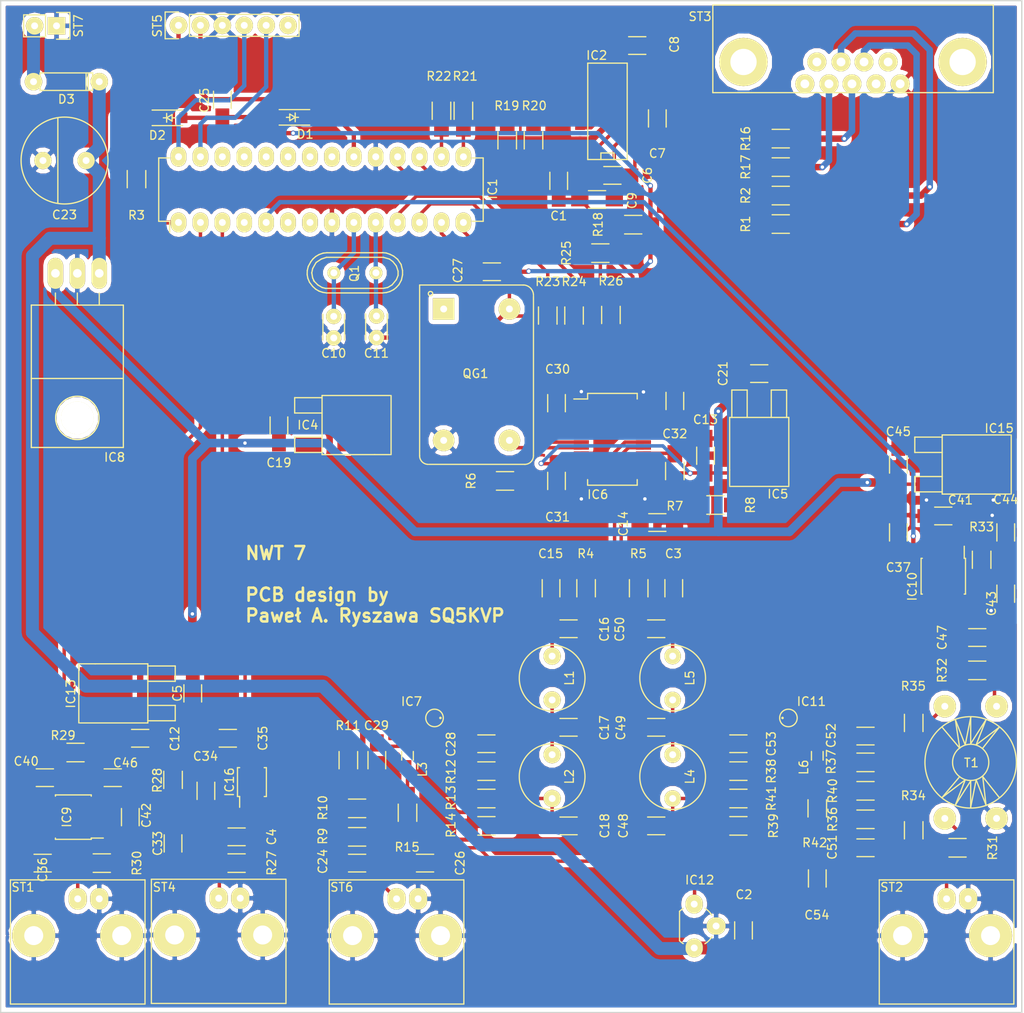
<source format=kicad_pcb>
(kicad_pcb (version 4) (host pcbnew 4.0.2-stable)
  (layers (0 F.Cu signal) (31 B.Cu signal) (34 B.Paste user) (35 F.Paste user) (36 B.SilkS user) (37 F.SilkS user) (38 B.Mask user) (39 F.Mask user) (44 Edge.Cuts user))
  (net 0 "")
  (net 1 "Net-(C1-Pad1)")
  (net 2 GND)
  (net 3 "Net-(C2-Pad2)")
  (net 4 "Net-(C3-Pad1)")
  (net 5 "Net-(C3-Pad2)")
  (net 6 "Net-(C4-Pad1)")
  (net 7 "Net-(C4-Pad2)")
  (net 8 "Net-(C6-Pad1)")
  (net 9 "Net-(C6-Pad2)")
  (net 10 "Net-(C7-Pad1)")
  (net 11 "Net-(C7-Pad2)")
  (net 12 "Net-(C8-Pad2)")
  (net 13 "Net-(C9-Pad1)")
  (net 14 "Net-(C10-Pad2)")
  (net 15 "Net-(C11-Pad1)")
  (net 16 "Net-(C12-Pad2)")
  (net 17 "Net-(C13-Pad2)")
  (net 18 "Net-(C14-Pad1)")
  (net 19 "Net-(C15-Pad1)")
  (net 20 "Net-(C15-Pad2)")
  (net 21 "Net-(C17-Pad1)")
  (net 22 "Net-(C18-Pad1)")
  (net 23 "Net-(C19-Pad2)")
  (net 24 "Net-(C24-Pad1)")
  (net 25 "Net-(C24-Pad2)")
  (net 26 "Net-(C26-Pad1)")
  (net 27 "Net-(C28-Pad1)")
  (net 28 "Net-(C28-Pad2)")
  (net 29 "Net-(C29-Pad1)")
  (net 30 "Net-(C29-Pad2)")
  (net 31 "Net-(C33-Pad2)")
  (net 32 "Net-(C34-Pad1)")
  (net 33 "Net-(C35-Pad1)")
  (net 34 "Net-(C36-Pad1)")
  (net 35 "Net-(C36-Pad2)")
  (net 36 "Net-(C37-Pad2)")
  (net 37 "Net-(C40-Pad1)")
  (net 38 "Net-(C41-Pad2)")
  (net 39 "Net-(C42-Pad2)")
  (net 40 "Net-(C43-Pad1)")
  (net 41 "Net-(C44-Pad1)")
  (net 42 "Net-(C46-Pad2)")
  (net 43 "Net-(C47-Pad1)")
  (net 44 "Net-(C47-Pad2)")
  (net 45 "Net-(C48-Pad1)")
  (net 46 "Net-(C49-Pad1)")
  (net 47 "Net-(C51-Pad1)")
  (net 48 "Net-(C51-Pad2)")
  (net 49 "Net-(C52-Pad1)")
  (net 50 "Net-(C52-Pad2)")
  (net 51 "Net-(C53-Pad1)")
  (net 52 "Net-(C53-Pad2)")
  (net 53 "Net-(D1-Pad1)")
  (net 54 "Net-(D2-Pad1)")
  (net 55 "Net-(D3-Pad2)")
  (net 56 "Net-(IC1-Pad1)")
  (net 57 "Net-(IC1-Pad11)")
  (net 58 "Net-(IC1-Pad12)")
  (net 59 "Net-(IC1-Pad13)")
  (net 60 "Net-(IC1-Pad14)")
  (net 61 "Net-(IC1-Pad15)")
  (net 62 "Net-(IC1-Pad16)")
  (net 63 "Net-(IC1-Pad17)")
  (net 64 "Net-(IC1-Pad18)")
  (net 65 "Net-(IC1-Pad27)")
  (net 66 "Net-(IC1-Pad28)")
  (net 67 "Net-(IC2-Pad7)")
  (net 68 "Net-(IC2-Pad8)")
  (net 69 "Net-(IC2-Pad9)")
  (net 70 "Net-(IC2-Pad10)")
  (net 71 "Net-(IC2-Pad11)")
  (net 72 "Net-(IC2-Pad12)")
  (net 73 "Net-(IC2-Pad13)")
  (net 74 "Net-(IC2-Pad14)")
  (net 75 "Net-(IC6-Pad7)")
  (net 76 "Net-(IC6-Pad8)")
  (net 77 "Net-(IC6-Pad9)")
  (net 78 "Net-(IC6-Pad12)")
  (net 79 "Net-(IC6-Pad15)")
  (net 80 "Net-(IC6-Pad16)")
  (net 81 "Net-(IC6-Pad22)")
  (net 82 "Net-(IC6-Pad25)")
  (net 83 "Net-(R1-Pad1)")
  (net 84 "Net-(R2-Pad2)")
  (net 85 "Net-(L3-Pad1)")
  (net 86 "Net-(R16-Pad1)")
  (net 87 "Net-(R17-Pad2)")
  (net 88 "Net-(R31-Pad1)")
  (net 89 "Net-(R34-Pad1)")
  (net 90 "Net-(L6-Pad2)")
  (net 91 "Net-(C25-Pad1)")
  (module Housings_SSOP:SSOP-28_5.3x10.2mm_Pitch0.65mm (layer F.Cu) (at 84.582 63.246)
    (fp_text reference IC6 (at -1.695 6.406 180) (layer F.SilkS))
    (fp_text value AD9851)
    (pad 1 smd rect (at -3.6 -4.225) (size 1.75 0.45) (layers F.Cu F.Paste F.Mask) (net 2 GND))
    (pad 2 smd rect (at -3.6 -3.575) (size 1.75 0.45) (layers F.Cu F.Paste F.Mask) (net 2 GND))
    (pad 3 smd rect (at -3.6 -2.925) (size 1.75 0.45) (layers F.Cu F.Paste F.Mask) (net 91 "Net-(C25-Pad1)"))
    (pad 4 smd rect (at -3.6 -2.275) (size 1.75 0.45) (layers F.Cu F.Paste F.Mask) (net 91 "Net-(C25-Pad1)"))
    (pad 5 smd rect (at -3.6 -1.625) (size 1.75 0.45) (layers F.Cu F.Paste F.Mask) (net 2 GND))
    (pad 6 smd rect (at -3.6 -0.975) (size 1.75 0.45) (layers F.Cu F.Paste F.Mask) (net 91 "Net-(C25-Pad1)"))
    (pad 7 smd rect (at -3.6 -0.325) (size 1.75 0.45) (layers F.Cu F.Paste F.Mask) (net 75 "Net-(IC6-Pad7)"))
    (pad 8 smd rect (at -3.6 0.325) (size 1.75 0.45) (layers F.Cu F.Paste F.Mask) (net 76 "Net-(IC6-Pad8)"))
    (pad 9 smd rect (at -3.6 0.975) (size 1.75 0.45) (layers F.Cu F.Paste F.Mask) (net 77 "Net-(IC6-Pad9)"))
    (pad 10 smd rect (at -3.6 1.625) (size 1.75 0.45) (layers F.Cu F.Paste F.Mask) (net 2 GND))
    (pad 11 smd rect (at -3.6 2.275) (size 1.75 0.45) (layers F.Cu F.Paste F.Mask) (net 17 "Net-(C13-Pad2)"))
    (pad 12 smd rect (at -3.6 2.925) (size 1.75 0.45) (layers F.Cu F.Paste F.Mask) (net 78 "Net-(IC6-Pad12)"))
    (pad 13 smd rect (at -3.6 3.575) (size 1.75 0.45) (layers F.Cu F.Paste F.Mask))
    (pad 14 smd rect (at -3.6 4.225) (size 1.75 0.45) (layers F.Cu F.Paste F.Mask))
    (pad 15 smd rect (at 3.6 4.225) (size 1.75 0.45) (layers F.Cu F.Paste F.Mask) (net 79 "Net-(IC6-Pad15)"))
    (pad 16 smd rect (at 3.6 3.575) (size 1.75 0.45) (layers F.Cu F.Paste F.Mask) (net 80 "Net-(IC6-Pad16)"))
    (pad 17 smd rect (at 3.6 2.925) (size 1.75 0.45) (layers F.Cu F.Paste F.Mask) (net 18 "Net-(C14-Pad1)"))
    (pad 18 smd rect (at 3.6 2.275) (size 1.75 0.45) (layers F.Cu F.Paste F.Mask) (net 17 "Net-(C13-Pad2)"))
    (pad 19 smd rect (at 3.6 1.625) (size 1.75 0.45) (layers F.Cu F.Paste F.Mask) (net 2 GND))
    (pad 20 smd rect (at 3.6 0.975) (size 1.75 0.45) (layers F.Cu F.Paste F.Mask) (net 5 "Net-(C3-Pad2)"))
    (pad 21 smd rect (at 3.6 0.325) (size 1.75 0.45) (layers F.Cu F.Paste F.Mask) (net 19 "Net-(C15-Pad1)"))
    (pad 22 smd rect (at 3.6 -0.325) (size 1.75 0.45) (layers F.Cu F.Paste F.Mask) (net 81 "Net-(IC6-Pad22)"))
    (pad 23 smd rect (at 3.6 -0.975) (size 1.75 0.45) (layers F.Cu F.Paste F.Mask) (net 91 "Net-(C25-Pad1)"))
    (pad 24 smd rect (at 3.6 -1.625) (size 1.75 0.45) (layers F.Cu F.Paste F.Mask) (net 2 GND))
    (pad 25 smd rect (at 3.6 -2.275) (size 1.75 0.45) (layers F.Cu F.Paste F.Mask) (net 82 "Net-(IC6-Pad25)"))
    (pad 26 smd rect (at 3.6 -2.925) (size 1.75 0.45) (layers F.Cu F.Paste F.Mask) (net 2 GND))
    (pad 27 smd rect (at 3.6 -3.575) (size 1.75 0.45) (layers F.Cu F.Paste F.Mask) (net 2 GND))
    (pad 28 smd rect (at 3.6 -4.225) (size 1.75 0.45) (layers F.Cu F.Paste F.Mask) (net 2 GND))
  )
  (module Capacitors_SMD:C_1206_HandSoldering (layer F.Cu) (at 78.105 59.055 90)
    (fp_text reference C30 (at 3.937 0.127 180) (layer F.SilkS))
    (fp_text value 100n)
    (pad 1 smd rect (at -2 0 90) (size 2 1.6) (layers F.Cu F.Paste F.Mask) (net 91 "Net-(C25-Pad1)"))
    (pad 2 smd rect (at 2 0 90) (size 2 1.6) (layers F.Cu F.Paste F.Mask) (net 2 GND))
  )
  (module Resistors_SMD:R_1206_HandSoldering (layer F.Cu) (at 81.534 80.518 90)
    (fp_text reference R4 (at 4.008 -0.044 180) (layer F.SilkS))
    (fp_text value 49.9)
    (pad 1 smd rect (at -2 0 90) (size 2 1.7) (layers F.Cu F.Paste F.Mask) (net 2 GND))
    (pad 2 smd rect (at 2 0 90) (size 2 1.7) (layers F.Cu F.Paste F.Mask) (net 19 "Net-(C15-Pad1)"))
  )
  (module Capacitors_SMD:C_1206_HandSoldering (layer F.Cu) (at 91.694 80.518 90)
    (fp_text reference C3 (at 4.008 -0.044 180) (layer F.SilkS))
    (fp_text value 100n)
    (pad 1 smd rect (at -2 0 90) (size 2 1.6) (layers F.Cu F.Paste F.Mask) (net 4 "Net-(C3-Pad1)"))
    (pad 2 smd rect (at 2 0 90) (size 2 1.6) (layers F.Cu F.Paste F.Mask) (net 5 "Net-(C3-Pad2)"))
  )
  (module Capacitors_SMD:C_1206_HandSoldering (layer F.Cu) (at 41.021 109.347 180)
    (fp_text reference C4 (at -4.064 0 270) (layer F.SilkS))
    (fp_text value 100n)
    (pad 1 smd rect (at -2 0 180) (size 2 1.6) (layers F.Cu F.Paste F.Mask) (net 6 "Net-(C4-Pad1)"))
    (pad 2 smd rect (at 2 0 180) (size 2 1.6) (layers F.Cu F.Paste F.Mask) (net 7 "Net-(C4-Pad2)"))
  )
  (module Capacitors_SMD:C_1206_HandSoldering (layer F.Cu) (at 35.941 92.71 270)
    (fp_text reference C5 (at 0 1.778 270) (layer F.SilkS))
    (fp_text value 100n)
    (pad 1 smd rect (at -2 0 270) (size 2 1.6) (layers F.Cu F.Paste F.Mask) (net 23 "Net-(C19-Pad2)"))
    (pad 2 smd rect (at 2 0 270) (size 2 1.6) (layers F.Cu F.Paste F.Mask) (net 2 GND))
  )
  (module Capacitors_SMD:C_1206_HandSoldering (layer F.Cu) (at 29.845 97.917 180)
    (fp_text reference C12 (at -4.02 -0.056 270) (layer F.SilkS))
    (fp_text value 100n)
    (pad 1 smd rect (at -2 0 180) (size 2 1.6) (layers F.Cu F.Paste F.Mask) (net 2 GND))
    (pad 2 smd rect (at 2 0 180) (size 2 1.6) (layers F.Cu F.Paste F.Mask) (net 16 "Net-(C12-Pad2)"))
  )
  (module Capacitors_SMD:C_1206_HandSoldering (layer F.Cu) (at 95.377 65.151 270)
    (fp_text reference C13 (at -4.191 0 360) (layer F.SilkS))
    (fp_text value 100n)
    (pad 1 smd rect (at -2 0 270) (size 2 1.6) (layers F.Cu F.Paste F.Mask) (net 2 GND))
    (pad 2 smd rect (at 2 0 270) (size 2 1.6) (layers F.Cu F.Paste F.Mask) (net 17 "Net-(C13-Pad2)"))
  )
  (module Capacitors_SMD:C_1206_HandSoldering (layer F.Cu) (at 77.47 80.518 270)
    (fp_text reference C15 (at -4.008 0.044 360) (layer F.SilkS))
    (fp_text value 100n)
    (pad 1 smd rect (at -2 0 270) (size 2 1.6) (layers F.Cu F.Paste F.Mask) (net 19 "Net-(C15-Pad1)"))
    (pad 2 smd rect (at 2 0 270) (size 2 1.6) (layers F.Cu F.Paste F.Mask) (net 20 "Net-(C15-Pad2)"))
  )
  (module Capacitors_SMD:C_1206_HandSoldering (layer F.Cu) (at 79.502 85.217)
    (fp_text reference C16 (at 4.147 0.056 90) (layer F.SilkS))
    (fp_text value 60p)
    (pad 1 smd rect (at -2 0) (size 2 1.6) (layers F.Cu F.Paste F.Mask) (net 20 "Net-(C15-Pad2)"))
    (pad 2 smd rect (at 2 0) (size 2 1.6) (layers F.Cu F.Paste F.Mask) (net 2 GND))
  )
  (module Capacitors_SMD:C_1206_HandSoldering (layer F.Cu) (at 79.502 96.647)
    (fp_text reference C17 (at 4.147 0.056 90) (layer F.SilkS))
    (fp_text value 60p)
    (pad 1 smd rect (at -2 0) (size 2 1.6) (layers F.Cu F.Paste F.Mask) (net 21 "Net-(C17-Pad1)"))
    (pad 2 smd rect (at 2 0) (size 2 1.6) (layers F.Cu F.Paste F.Mask) (net 2 GND))
  )
  (module Capacitors_SMD:C_1206_HandSoldering (layer F.Cu) (at 79.502 108.077)
    (fp_text reference C18 (at 4.191 0 270) (layer F.SilkS))
    (fp_text value 60p)
    (pad 1 smd rect (at -2 0) (size 2 1.6) (layers F.Cu F.Paste F.Mask) (net 22 "Net-(C18-Pad1)"))
    (pad 2 smd rect (at 2 0) (size 2 1.6) (layers F.Cu F.Paste F.Mask) (net 2 GND))
  )
  (module Capacitors_SMD:C_1206_HandSoldering (layer F.Cu) (at 45.93 61.651 270)
    (fp_text reference C19 (at 4.318 0 360) (layer F.SilkS))
    (fp_text value 100n)
    (pad 1 smd rect (at -2 0 270) (size 2 1.6) (layers F.Cu F.Paste F.Mask) (net 2 GND))
    (pad 2 smd rect (at 2 0 270) (size 2 1.6) (layers F.Cu F.Paste F.Mask) (net 23 "Net-(C19-Pad2)"))
  )
  (module Capacitors_SMD:C_1206_HandSoldering (layer F.Cu) (at 101.6 55.626 180)
    (fp_text reference C21 (at 4.191 0 270) (layer F.SilkS))
    (fp_text value 100n)
    (pad 1 smd rect (at -2 0 180) (size 2 1.6) (layers F.Cu F.Paste F.Mask) (net 2 GND))
    (pad 2 smd rect (at 2 0 180) (size 2 1.6) (layers F.Cu F.Paste F.Mask) (net 23 "Net-(C19-Pad2)"))
  )
  (module Capacitors_SMD:C_1206_HandSoldering (layer F.Cu) (at 54.991 112.395 180)
    (fp_text reference C24 (at 3.981 0.198 270) (layer F.SilkS))
    (fp_text value 100n)
    (pad 1 smd rect (at -2 0 180) (size 2 1.6) (layers F.Cu F.Paste F.Mask) (net 24 "Net-(C24-Pad1)"))
    (pad 2 smd rect (at 2 0 180) (size 2 1.6) (layers F.Cu F.Paste F.Mask) (net 25 "Net-(C24-Pad2)"))
  )
  (module Capacitors_SMD:C_1206_HandSoldering (layer F.Cu) (at 39.37 23.876 90)
    (fp_text reference C25 (at -0.056 -2.076 90) (layer F.SilkS))
    (fp_text value 100n)
    (pad 1 smd rect (at -2 0 90) (size 2 1.6) (layers F.Cu F.Paste F.Mask) (net 91 "Net-(C25-Pad1)"))
    (pad 2 smd rect (at 2 0 90) (size 2 1.6) (layers F.Cu F.Paste F.Mask) (net 2 GND))
  )
  (module Capacitors_SMD:C_1206_HandSoldering (layer F.Cu) (at 62.865 112.395)
    (fp_text reference C26 (at 4.064 0 90) (layer F.SilkS))
    (fp_text value 100n)
    (pad 1 smd rect (at -2 0) (size 2 1.6) (layers F.Cu F.Paste F.Mask) (net 26 "Net-(C26-Pad1)"))
    (pad 2 smd rect (at 2 0) (size 2 1.6) (layers F.Cu F.Paste F.Mask) (net 2 GND))
  )
  (module Capacitors_SMD:C_1206_HandSoldering (layer F.Cu) (at 70.612 43.815)
    (fp_text reference C27 (at -3.937 -0.127 90) (layer F.SilkS))
    (fp_text value 100n)
    (pad 1 smd rect (at -2 0) (size 2 1.6) (layers F.Cu F.Paste F.Mask) (net 2 GND))
    (pad 2 smd rect (at 2 0) (size 2 1.6) (layers F.Cu F.Paste F.Mask) (net 91 "Net-(C25-Pad1)"))
  )
  (module Capacitors_SMD:C_1206_HandSoldering (layer F.Cu) (at 69.977 98.552 180)
    (fp_text reference C28 (at 4.108 -0.056 270) (layer F.SilkS))
    (fp_text value 100n)
    (pad 1 smd rect (at -2 0 180) (size 2 1.6) (layers F.Cu F.Paste F.Mask) (net 27 "Net-(C28-Pad1)"))
    (pad 2 smd rect (at 2 0 180) (size 2 1.6) (layers F.Cu F.Paste F.Mask) (net 28 "Net-(C28-Pad2)"))
  )
  (module Capacitors_SMD:C_1206_HandSoldering (layer F.Cu) (at 57.277 100.457 270)
    (fp_text reference C29 (at -4.008 0.044 360) (layer F.SilkS))
    (fp_text value 100n)
    (pad 1 smd rect (at -2 0 270) (size 2 1.6) (layers F.Cu F.Paste F.Mask) (net 29 "Net-(C29-Pad1)"))
    (pad 2 smd rect (at 2 0 270) (size 2 1.6) (layers F.Cu F.Paste F.Mask) (net 30 "Net-(C29-Pad2)"))
  )
  (module Capacitors_SMD:C_1206_HandSoldering (layer F.Cu) (at 78.105 68.072 270)
    (fp_text reference C31 (at 4.191 -0.127 360) (layer F.SilkS))
    (fp_text value 100n)
    (pad 1 smd rect (at -2 0 270) (size 2 1.6) (layers F.Cu F.Paste F.Mask) (net 17 "Net-(C13-Pad2)"))
    (pad 2 smd rect (at 2 0 270) (size 2 1.6) (layers F.Cu F.Paste F.Mask) (net 2 GND))
  )
  (module Capacitors_SMD:C_1206_HandSoldering (layer F.Cu) (at 91.821 58.801 270)
    (fp_text reference C32 (at 3.81 0 360) (layer F.SilkS))
    (fp_text value 100n)
    (pad 1 smd rect (at -2 0 270) (size 2 1.6) (layers F.Cu F.Paste F.Mask) (net 2 GND))
    (pad 2 smd rect (at 2 0 270) (size 2 1.6) (layers F.Cu F.Paste F.Mask) (net 91 "Net-(C25-Pad1)"))
  )
  (module Capacitors_SMD:C_1206_HandSoldering (layer F.Cu) (at 33.655 110.109 90)
    (fp_text reference C33 (at 0 -1.778 270) (layer F.SilkS))
    (fp_text value 100n)
    (pad 1 smd rect (at -2 0 90) (size 2 1.6) (layers F.Cu F.Paste F.Mask) (net 2 GND))
    (pad 2 smd rect (at 2 0 90) (size 2 1.6) (layers F.Cu F.Paste F.Mask) (net 31 "Net-(C33-Pad2)"))
  )
  (module Capacitors_SMD:C_1206_HandSoldering (layer F.Cu) (at 37.465 104.013 270)
    (fp_text reference C34 (at -4.008 0.044 360) (layer F.SilkS))
    (fp_text value 1n)
    (pad 1 smd rect (at -2 0 270) (size 2 1.6) (layers F.Cu F.Paste F.Mask) (net 32 "Net-(C34-Pad1)"))
    (pad 2 smd rect (at 2 0 270) (size 2 1.6) (layers F.Cu F.Paste F.Mask) (net 31 "Net-(C33-Pad2)"))
  )
  (module Capacitors_SMD:C_1206_HandSoldering (layer F.Cu) (at 40.005 97.917 180)
    (fp_text reference C35 (at -4.064 0 270) (layer F.SilkS))
    (fp_text value 1n)
    (pad 1 smd rect (at -2 0 180) (size 2 1.6) (layers F.Cu F.Paste F.Mask) (net 33 "Net-(C35-Pad1)"))
    (pad 2 smd rect (at 2 0 180) (size 2 1.6) (layers F.Cu F.Paste F.Mask) (net 2 GND))
  )
  (module Capacitors_SMD:C_1206_HandSoldering (layer F.Cu) (at 18.542 112.395 180)
    (fp_text reference C36 (at 0 -0.762 270) (layer F.SilkS))
    (fp_text value 100n)
    (pad 1 smd rect (at -2 0 180) (size 2 1.6) (layers F.Cu F.Paste F.Mask) (net 34 "Net-(C36-Pad1)"))
    (pad 2 smd rect (at 2 0 180) (size 2 1.6) (layers F.Cu F.Paste F.Mask) (net 35 "Net-(C36-Pad2)"))
  )
  (module Capacitors_SMD:C_1206_HandSoldering (layer F.Cu) (at 117.729 74.041 270)
    (fp_text reference C37 (at 4.064 0 360) (layer F.SilkS))
    (fp_text value 1n)
    (pad 1 smd rect (at -2 0 270) (size 2 1.6) (layers F.Cu F.Paste F.Mask) (net 2 GND))
    (pad 2 smd rect (at 2 0 270) (size 2 1.6) (layers F.Cu F.Paste F.Mask) (net 36 "Net-(C37-Pad2)"))
  )
  (module Capacitors_SMD:C_1206_HandSoldering (layer F.Cu) (at 18.796 102.489)
    (fp_text reference C40 (at -2.159 -1.905 180) (layer F.SilkS))
    (fp_text value 100n)
    (pad 1 smd rect (at -2 0) (size 2 1.6) (layers F.Cu F.Paste F.Mask) (net 37 "Net-(C40-Pad1)"))
    (pad 2 smd rect (at 2 0) (size 2 1.6) (layers F.Cu F.Paste F.Mask) (net 2 GND))
  )
  (module Capacitors_SMD:C_1206_HandSoldering (layer F.Cu) (at 122.936 72.136)
    (fp_text reference C41 (at 1.988 -1.849 180) (layer F.SilkS))
    (fp_text value 100n)
    (pad 1 smd rect (at -2 0) (size 2 1.6) (layers F.Cu F.Paste F.Mask) (net 2 GND))
    (pad 2 smd rect (at 2 0) (size 2 1.6) (layers F.Cu F.Paste F.Mask) (net 38 "Net-(C41-Pad2)"))
  )
  (module Capacitors_SMD:C_1206_HandSoldering (layer F.Cu) (at 28.702 107.061 270)
    (fp_text reference C42 (at -0.198 -1.861 270) (layer F.SilkS))
    (fp_text value 100n)
    (pad 1 smd rect (at -2 0 270) (size 2 1.6) (layers F.Cu F.Paste F.Mask) (net 2 GND))
    (pad 2 smd rect (at 2 0 270) (size 2 1.6) (layers F.Cu F.Paste F.Mask) (net 39 "Net-(C42-Pad2)"))
  )
  (module Capacitors_SMD:C_1206_HandSoldering (layer F.Cu) (at 130.175 81.153 270)
    (fp_text reference C43 (at 1.143 1.651 450) (layer F.SilkS))
    (fp_text value 100n)
    (pad 1 smd rect (at -2 0 270) (size 2 1.6) (layers F.Cu F.Paste F.Mask) (net 40 "Net-(C43-Pad1)"))
    (pad 2 smd rect (at 2 0 270) (size 2 1.6) (layers F.Cu F.Paste F.Mask) (net 2 GND))
  )
  (module Capacitors_SMD:C_1206_HandSoldering (layer F.Cu) (at 130.175 74.041 90)
    (fp_text reference C44 (at 3.81 0 180) (layer F.SilkS))
    (fp_text value 100n)
    (pad 1 smd rect (at -2 0 90) (size 2 1.6) (layers F.Cu F.Paste F.Mask) (net 41 "Net-(C44-Pad1)"))
    (pad 2 smd rect (at 2 0 90) (size 2 1.6) (layers F.Cu F.Paste F.Mask) (net 2 GND))
  )
  (module Capacitors_SMD:C_1206_HandSoldering (layer F.Cu) (at 117.729 66.167 90)
    (fp_text reference C45 (at 3.81 0 180) (layer F.SilkS))
    (fp_text value 100n)
    (pad 1 smd rect (at -2 0 90) (size 2 1.6) (layers F.Cu F.Paste F.Mask) (net 23 "Net-(C19-Pad2)"))
    (pad 2 smd rect (at 2 0 90) (size 2 1.6) (layers F.Cu F.Paste F.Mask) (net 2 GND))
  )
  (module Capacitors_SMD:C_1206_HandSoldering (layer F.Cu) (at 26.67 102.489 180)
    (fp_text reference C46 (at -1.48 1.722 360) (layer F.SilkS))
    (fp_text value 1n)
    (pad 1 smd rect (at -2 0 180) (size 2 1.6) (layers F.Cu F.Paste F.Mask) (net 2 GND))
    (pad 2 smd rect (at 2 0 180) (size 2 1.6) (layers F.Cu F.Paste F.Mask) (net 42 "Net-(C46-Pad2)"))
  )
  (module Capacitors_SMD:C_1206_HandSoldering (layer F.Cu) (at 126.873 86.233 180)
    (fp_text reference C47 (at 4.064 0 450) (layer F.SilkS))
    (fp_text value 100n)
    (pad 1 smd rect (at -2 0 180) (size 2 1.6) (layers F.Cu F.Paste F.Mask) (net 43 "Net-(C47-Pad1)"))
    (pad 2 smd rect (at 2 0 180) (size 2 1.6) (layers F.Cu F.Paste F.Mask) (net 44 "Net-(C47-Pad2)"))
  )
  (module Capacitors_SMD:C_1206_HandSoldering (layer F.Cu) (at 89.662 108.077 180)
    (fp_text reference C48 (at 3.81 0 270) (layer F.SilkS))
    (fp_text value 60p)
    (pad 1 smd rect (at -2 0 180) (size 2 1.6) (layers F.Cu F.Paste F.Mask) (net 45 "Net-(C48-Pad1)"))
    (pad 2 smd rect (at 2 0 180) (size 2 1.6) (layers F.Cu F.Paste F.Mask) (net 2 GND))
  )
  (module Capacitors_SMD:C_1206_HandSoldering (layer F.Cu) (at 89.662 96.647 180)
    (fp_text reference C49 (at 4.108 -0.056 270) (layer F.SilkS))
    (fp_text value 60p)
    (pad 1 smd rect (at -2 0 180) (size 2 1.6) (layers F.Cu F.Paste F.Mask) (net 46 "Net-(C49-Pad1)"))
    (pad 2 smd rect (at 2 0 180) (size 2 1.6) (layers F.Cu F.Paste F.Mask) (net 2 GND))
  )
  (module Capacitors_SMD:C_1206_HandSoldering (layer F.Cu) (at 89.662 85.217 180)
    (fp_text reference C50 (at 4.235 -0.056 270) (layer F.SilkS))
    (fp_text value 60p)
    (pad 1 smd rect (at -2 0 180) (size 2 1.6) (layers F.Cu F.Paste F.Mask) (net 4 "Net-(C3-Pad1)"))
    (pad 2 smd rect (at 2 0 180) (size 2 1.6) (layers F.Cu F.Paste F.Mask) (net 2 GND))
  )
  (module Capacitors_SMD:C_1206_HandSoldering (layer F.Cu) (at 113.919 110.617)
    (fp_text reference C51 (at -3.854 -0.071 90) (layer F.SilkS))
    (fp_text value 100n)
    (pad 1 smd rect (at -2 0) (size 2 1.6) (layers F.Cu F.Paste F.Mask) (net 47 "Net-(C51-Pad1)"))
    (pad 2 smd rect (at 2 0) (size 2 1.6) (layers F.Cu F.Paste F.Mask) (net 48 "Net-(C51-Pad2)"))
  )
  (module Capacitors_SMD:C_1206_HandSoldering (layer F.Cu) (at 113.919 97.663)
    (fp_text reference C52 (at -3.981 -0.071 270) (layer F.SilkS))
    (fp_text value 100n)
    (pad 1 smd rect (at -2 0) (size 2 1.6) (layers F.Cu F.Paste F.Mask) (net 49 "Net-(C52-Pad1)"))
    (pad 2 smd rect (at 2 0) (size 2 1.6) (layers F.Cu F.Paste F.Mask) (net 50 "Net-(C52-Pad2)"))
  )
  (module Capacitors_SMD:C_1206_HandSoldering (layer F.Cu) (at 99.187 98.552)
    (fp_text reference C53 (at 3.81 0 90) (layer F.SilkS))
    (fp_text value 100n)
    (pad 1 smd rect (at -2 0) (size 2 1.6) (layers F.Cu F.Paste F.Mask) (net 51 "Net-(C53-Pad1)"))
    (pad 2 smd rect (at 2 0) (size 2 1.6) (layers F.Cu F.Paste F.Mask) (net 52 "Net-(C53-Pad2)"))
  )
  (module Capacitors_SMD:C_1206_HandSoldering (layer F.Cu) (at 108.331 114.173 270)
    (fp_text reference C54 (at 4.247 0.044 360) (layer F.SilkS))
    (fp_text value 100n)
    (pad 1 smd rect (at -2 0 270) (size 2 1.6) (layers F.Cu F.Paste F.Mask) (net 26 "Net-(C26-Pad1)"))
    (pad 2 smd rect (at 2 0 270) (size 2 1.6) (layers F.Cu F.Paste F.Mask) (net 2 GND))
  )
  (module Diodes_SMD:SOD-123 (layer F.Cu) (at 47.498 25.908 180)
    (fp_text reference D1 (at -1.48 -1.961 360) (layer F.SilkS))
    (fp_text value "BAT 42")
    (pad 1 smd rect (at -1.635 0 180) (size 0.91 1.22) (layers F.Cu F.Paste F.Mask) (net 53 "Net-(D1-Pad1)"))
    (pad 2 smd rect (at 1.635 0 180) (size 0.91 1.22) (layers F.Cu F.Paste F.Mask) (net 91 "Net-(C25-Pad1)"))
  )
  (module Diodes_SMD:SOD-123 (layer F.Cu) (at 33.23 25.964)
    (fp_text reference D2 (at -1.397 2.032) (layer F.SilkS))
    (fp_text value "BAT 42")
    (pad 1 smd rect (at -1.635 0) (size 0.91 1.22) (layers F.Cu F.Paste F.Mask) (net 54 "Net-(D2-Pad1)"))
    (pad 2 smd rect (at 1.635 0) (size 0.91 1.22) (layers F.Cu F.Paste F.Mask) (net 91 "Net-(C25-Pad1)"))
  )
  (module TO_SOT_Packages_SMD:TO-252-2Lead (layer F.Cu) (at 49.403 61.595 270)
    (fp_text reference IC4 (at 0 0.127 360) (layer F.SilkS))
    (fp_text value AP1117D50)
    (pad 1 smd rect (at -2.286 0 270) (size 1.651 3.048) (layers F.Cu F.Paste F.Mask) (net 2 GND))
    (pad 2 smd rect (at 0 -6.35 270) (size 6.096 6.096) (layers F.Cu F.Paste F.Mask) (net 91 "Net-(C25-Pad1)"))
    (pad 3 smd rect (at 2.286 0 270) (size 1.651 3.048) (layers F.Cu F.Paste F.Mask) (net 23 "Net-(C19-Pad2)"))
  )
  (module TO_SOT_Packages_SMD:TO-252-2Lead (layer F.Cu) (at 101.6 59.182 180)
    (fp_text reference IC5 (at -2.159 -10.414 180) (layer F.SilkS))
    (fp_text value AP1117D50)
    (pad 1 smd rect (at -2.286 0 180) (size 1.651 3.048) (layers F.Cu F.Paste F.Mask) (net 2 GND))
    (pad 2 smd rect (at 0 -6.35 180) (size 6.096 6.096) (layers F.Cu F.Paste F.Mask) (net 17 "Net-(C13-Pad2)"))
    (pad 3 smd rect (at 2.286 0 180) (size 1.651 3.048) (layers F.Cu F.Paste F.Mask) (net 23 "Net-(C19-Pad2)"))
  )
  (module Housings_SOIC:SOIC-8_3.9x4.9mm_Pitch1.27mm (layer F.Cu) (at 22.098 107.061 180)
    (fp_text reference IC9 (at 0.762 0 270) (layer F.SilkS))
    (fp_text value AD8307)
    (pad 1 smd rect (at -2.7 -1.905 180) (size 1.55 0.6) (layers F.Cu F.Paste F.Mask) (net 39 "Net-(C42-Pad2)"))
    (pad 2 smd rect (at -2.7 -0.635 180) (size 1.55 0.6) (layers F.Cu F.Paste F.Mask) (net 2 GND))
    (pad 3 smd rect (at -2.7 0.635 180) (size 1.55 0.6) (layers F.Cu F.Paste F.Mask))
    (pad 4 smd rect (at -2.7 1.905 180) (size 1.55 0.6) (layers F.Cu F.Paste F.Mask) (net 42 "Net-(C46-Pad2)"))
    (pad 5 smd rect (at 2.7 1.905 180) (size 1.55 0.6) (layers F.Cu F.Paste F.Mask))
    (pad 6 smd rect (at 2.7 0.635 180) (size 1.55 0.6) (layers F.Cu F.Paste F.Mask) (net 37 "Net-(C40-Pad1)"))
    (pad 7 smd rect (at 2.7 -0.635 180) (size 1.55 0.6) (layers F.Cu F.Paste F.Mask) (net 37 "Net-(C40-Pad1)"))
    (pad 8 smd rect (at 2.7 -1.905 180) (size 1.55 0.6) (layers F.Cu F.Paste F.Mask) (net 35 "Net-(C36-Pad2)"))
  )
  (module Housings_SOIC:SOIC-8_3.9x4.9mm_Pitch1.27mm (layer F.Cu) (at 122.936 79.121 270)
    (fp_text reference IC10 (at 1.199 3.6 450) (layer F.SilkS))
    (fp_text value AD8307)
    (pad 1 smd rect (at -2.7 -1.905 270) (size 1.55 0.6) (layers F.Cu F.Paste F.Mask) (net 38 "Net-(C41-Pad2)"))
    (pad 2 smd rect (at -2.7 -0.635 270) (size 1.55 0.6) (layers F.Cu F.Paste F.Mask) (net 2 GND))
    (pad 3 smd rect (at -2.7 0.635 270) (size 1.55 0.6) (layers F.Cu F.Paste F.Mask))
    (pad 4 smd rect (at -2.7 1.905 270) (size 1.55 0.6) (layers F.Cu F.Paste F.Mask) (net 36 "Net-(C37-Pad2)"))
    (pad 5 smd rect (at 2.7 1.905 270) (size 1.55 0.6) (layers F.Cu F.Paste F.Mask))
    (pad 6 smd rect (at 2.7 0.635 270) (size 1.55 0.6) (layers F.Cu F.Paste F.Mask) (net 40 "Net-(C43-Pad1)"))
    (pad 7 smd rect (at 2.7 -0.635 270) (size 1.55 0.6) (layers F.Cu F.Paste F.Mask) (net 40 "Net-(C43-Pad1)"))
    (pad 8 smd rect (at 2.7 -1.905 270) (size 1.55 0.6) (layers F.Cu F.Paste F.Mask) (net 44 "Net-(C47-Pad2)"))
  )
  (module Housings_SSOP:MSOP-8_3x3mm_Pitch0.65mm (layer F.Cu) (at 42.799 102.997 90)
    (fp_text reference IC16 (at 0 -2.6 90) (layer F.SilkS))
    (fp_text value AD8361)
    (pad 1 smd rect (at -2.2 -0.975 90) (size 1.45 0.45) (layers F.Cu F.Paste F.Mask) (net 31 "Net-(C33-Pad2)"))
    (pad 2 smd rect (at -2.2 -0.325 90) (size 1.45 0.45) (layers F.Cu F.Paste F.Mask) (net 31 "Net-(C33-Pad2)"))
    (pad 3 smd rect (at -2.2 0.325 90) (size 1.45 0.45) (layers F.Cu F.Paste F.Mask) (net 6 "Net-(C4-Pad1)"))
    (pad 4 smd rect (at -2.2 0.975 90) (size 1.45 0.45) (layers F.Cu F.Paste F.Mask) (net 2 GND))
    (pad 5 smd rect (at 2.2 0.975 90) (size 1.45 0.45) (layers F.Cu F.Paste F.Mask) (net 2 GND))
    (pad 6 smd rect (at 2.2 0.325 90) (size 1.45 0.45) (layers F.Cu F.Paste F.Mask) (net 32 "Net-(C34-Pad1)"))
    (pad 7 smd rect (at 2.2 -0.325 90) (size 1.45 0.45) (layers F.Cu F.Paste F.Mask) (net 33 "Net-(C35-Pad1)"))
    (pad 8 smd rect (at 2.2 -0.975 90) (size 1.45 0.45) (layers F.Cu F.Paste F.Mask) (net 2 GND))
  )
  (module Resistors_SMD:R_1206_HandSoldering (layer F.Cu) (at 104.096 38.283 180)
    (fp_text reference R1 (at 4.064 0 270) (layer F.SilkS))
    (fp_text value 100)
    (pad 1 smd rect (at -2 0 180) (size 2 1.7) (layers F.Cu F.Paste F.Mask) (net 83 "Net-(R1-Pad1)"))
    (pad 2 smd rect (at 2 0 180) (size 2 1.7) (layers F.Cu F.Paste F.Mask) (net 67 "Net-(IC2-Pad7)"))
  )
  (module Resistors_SMD:R_1206_HandSoldering (layer F.Cu) (at 104.096 34.981)
    (fp_text reference R2 (at -4.064 0 90) (layer F.SilkS))
    (fp_text value 100)
    (pad 1 smd rect (at -2 0) (size 2 1.7) (layers F.Cu F.Paste F.Mask) (net 68 "Net-(IC2-Pad8)"))
    (pad 2 smd rect (at 2 0) (size 2 1.7) (layers F.Cu F.Paste F.Mask) (net 84 "Net-(R2-Pad2)"))
  )
  (module Resistors_SMD:R_1206_HandSoldering (layer F.Cu) (at 29.42 33.076 270)
    (fp_text reference R3 (at 4.191 0 360) (layer F.SilkS))
    (fp_text value 10k)
    (pad 1 smd rect (at -2 0 270) (size 2 1.7) (layers F.Cu F.Paste F.Mask) (net 54 "Net-(D2-Pad1)"))
    (pad 2 smd rect (at 2 0 270) (size 2 1.7) (layers F.Cu F.Paste F.Mask) (net 56 "Net-(IC1-Pad1)"))
  )
  (module Resistors_SMD:R_1206_HandSoldering (layer F.Cu) (at 87.63 80.518 270)
    (fp_text reference R5 (at -4.008 0.044 540) (layer F.SilkS))
    (fp_text value 49.9)
    (pad 1 smd rect (at -2 0 270) (size 2 1.7) (layers F.Cu F.Paste F.Mask) (net 5 "Net-(C3-Pad2)"))
    (pad 2 smd rect (at 2 0 270) (size 2 1.7) (layers F.Cu F.Paste F.Mask) (net 2 GND))
  )
  (module Resistors_SMD:R_1206_HandSoldering (layer F.Cu) (at 72.136 68.072 180)
    (fp_text reference R6 (at 3.937 0 270) (layer F.SilkS))
    (fp_text value 3k9)
    (pad 1 smd rect (at -2 0 180) (size 2 1.7) (layers F.Cu F.Paste F.Mask) (net 78 "Net-(IC6-Pad12)"))
    (pad 2 smd rect (at 2 0 180) (size 2 1.7) (layers F.Cu F.Paste F.Mask) (net 2 GND))
  )
  (module Resistors_SMD:R_1206_HandSoldering (layer F.Cu) (at 91.821 66.929 270)
    (fp_text reference R7 (at 4.064 0 360) (layer F.SilkS))
    (fp_text value 1k)
    (pad 1 smd rect (at -2 0 270) (size 2 1.7) (layers F.Cu F.Paste F.Mask) (net 2 GND))
    (pad 2 smd rect (at 2 0 270) (size 2 1.7) (layers F.Cu F.Paste F.Mask) (net 80 "Net-(IC6-Pad16)"))
  )
  (module Resistors_SMD:R_1206_HandSoldering (layer F.Cu) (at 96.52 70.866 180)
    (fp_text reference R8 (at -4.064 0 270) (layer F.SilkS))
    (fp_text value 1k)
    (pad 1 smd rect (at -2 0 180) (size 2 1.7) (layers F.Cu F.Paste F.Mask) (net 17 "Net-(C13-Pad2)"))
    (pad 2 smd rect (at 2 0 180) (size 2 1.7) (layers F.Cu F.Paste F.Mask) (net 79 "Net-(IC6-Pad15)"))
  )
  (module Resistors_SMD:R_1206_HandSoldering (layer F.Cu) (at 54.991 109.347 180)
    (fp_text reference R9 (at 3.981 0.071 270) (layer F.SilkS))
    (fp_text value 300)
    (pad 1 smd rect (at -2 0 180) (size 2 1.7) (layers F.Cu F.Paste F.Mask) (net 24 "Net-(C24-Pad1)"))
    (pad 2 smd rect (at 2 0 180) (size 2 1.7) (layers F.Cu F.Paste F.Mask) (net 2 GND))
  )
  (module Resistors_SMD:R_1206_HandSoldering (layer F.Cu) (at 54.991 106.045 180)
    (fp_text reference R10 (at 3.981 0.071 270) (layer F.SilkS))
    (fp_text value 18)
    (pad 1 smd rect (at -2 0 180) (size 2 1.7) (layers F.Cu F.Paste F.Mask) (net 24 "Net-(C24-Pad1)"))
    (pad 2 smd rect (at 2 0 180) (size 2 1.7) (layers F.Cu F.Paste F.Mask) (net 30 "Net-(C29-Pad2)"))
  )
  (module Resistors_SMD:R_1206_HandSoldering (layer F.Cu) (at 53.975 100.457 90)
    (fp_text reference R11 (at 4.008 -0.044 180) (layer F.SilkS))
    (fp_text value 300)
    (pad 1 smd rect (at -2 0 90) (size 2 1.7) (layers F.Cu F.Paste F.Mask) (net 30 "Net-(C29-Pad2)"))
    (pad 2 smd rect (at 2 0 90) (size 2 1.7) (layers F.Cu F.Paste F.Mask) (net 2 GND))
  )
  (module Resistors_SMD:R_1206_HandSoldering (layer F.Cu) (at 69.977 101.727)
    (fp_text reference R12 (at -4.108 0.056 90) (layer F.SilkS))
    (fp_text value 100)
    (pad 1 smd rect (at -2 0) (size 2 1.7) (layers F.Cu F.Paste F.Mask) (net 28 "Net-(C28-Pad2)"))
    (pad 2 smd rect (at 2 0) (size 2 1.7) (layers F.Cu F.Paste F.Mask) (net 2 GND))
  )
  (module Resistors_SMD:R_1206_HandSoldering (layer F.Cu) (at 69.977 104.902)
    (fp_text reference R13 (at -4.108 -0.071 90) (layer F.SilkS))
    (fp_text value 68)
    (pad 1 smd rect (at -2 0) (size 2 1.7) (layers F.Cu F.Paste F.Mask) (net 28 "Net-(C28-Pad2)"))
    (pad 2 smd rect (at 2 0) (size 2 1.7) (layers F.Cu F.Paste F.Mask) (net 22 "Net-(C18-Pad1)"))
  )
  (module Resistors_SMD:R_1206_HandSoldering (layer F.Cu) (at 69.977 108.077 180)
    (fp_text reference R14 (at 4.108 0.071 270) (layer F.SilkS))
    (fp_text value 100)
    (pad 1 smd rect (at -2 0 180) (size 2 1.7) (layers F.Cu F.Paste F.Mask) (net 22 "Net-(C18-Pad1)"))
    (pad 2 smd rect (at 2 0 180) (size 2 1.7) (layers F.Cu F.Paste F.Mask) (net 2 GND))
  )
  (module Resistors_SMD:R_1206_HandSoldering (layer F.Cu) (at 60.833 106.553 270)
    (fp_text reference R15 (at 3.993 0.044 360) (layer F.SilkS))
    (fp_text value 68)
    (pad 1 smd rect (at -2 0 270) (size 2 1.7) (layers F.Cu F.Paste F.Mask) (net 85 "Net-(L3-Pad1)"))
    (pad 2 smd rect (at 2 0 270) (size 2 1.7) (layers F.Cu F.Paste F.Mask) (net 26 "Net-(C26-Pad1)"))
  )
  (module Resistors_SMD:R_1206_HandSoldering (layer F.Cu) (at 104.096 28.377 180)
    (fp_text reference R16 (at 4.064 0 270) (layer F.SilkS))
    (fp_text value 100)
    (pad 1 smd rect (at -2 0 180) (size 2 1.7) (layers F.Cu F.Paste F.Mask) (net 86 "Net-(R16-Pad1)"))
    (pad 2 smd rect (at 2 0 180) (size 2 1.7) (layers F.Cu F.Paste F.Mask) (net 73 "Net-(IC2-Pad13)"))
  )
  (module Resistors_SMD:R_1206_HandSoldering (layer F.Cu) (at 104.096 31.679)
    (fp_text reference R17 (at -4.064 0 90) (layer F.SilkS))
    (fp_text value 100)
    (pad 1 smd rect (at -2 0) (size 2 1.7) (layers F.Cu F.Paste F.Mask) (net 74 "Net-(IC2-Pad14)"))
    (pad 2 smd rect (at 2 0) (size 2 1.7) (layers F.Cu F.Paste F.Mask) (net 87 "Net-(R17-Pad2)"))
  )
  (module Resistors_SMD:R_1206_HandSoldering (layer F.Cu) (at 86.995 38.354)
    (fp_text reference R18 (at -4.064 0 90) (layer F.SilkS))
    (fp_text value 20)
    (pad 1 smd rect (at -2 0) (size 2 1.7) (layers F.Cu F.Paste F.Mask) (net 1 "Net-(C1-Pad1)"))
    (pad 2 smd rect (at 2 0) (size 2 1.7) (layers F.Cu F.Paste F.Mask) (net 91 "Net-(C25-Pad1)"))
  )
  (module Resistors_SMD:R_1206_HandSoldering (layer F.Cu) (at 72.39 28.575 270)
    (fp_text reference R19 (at -4.008 0.044 360) (layer F.SilkS))
    (fp_text value 20)
    (pad 1 smd rect (at -2 0 270) (size 2 1.7) (layers F.Cu F.Paste F.Mask) (net 71 "Net-(IC2-Pad11)"))
    (pad 2 smd rect (at 2 0 270) (size 2 1.7) (layers F.Cu F.Paste F.Mask) (net 63 "Net-(IC1-Pad17)"))
  )
  (module Resistors_SMD:R_1206_HandSoldering (layer F.Cu) (at 75.438 28.575 270)
    (fp_text reference R20 (at -4.008 -0.083 360) (layer F.SilkS))
    (fp_text value 20)
    (pad 1 smd rect (at -2 0 270) (size 2 1.7) (layers F.Cu F.Paste F.Mask) (net 72 "Net-(IC2-Pad12)"))
    (pad 2 smd rect (at 2 0 270) (size 2 1.7) (layers F.Cu F.Paste F.Mask) (net 64 "Net-(IC1-Pad18)"))
  )
  (module Resistors_SMD:R_1206_HandSoldering (layer F.Cu) (at 67.31 25.146 270)
    (fp_text reference R21 (at -4.008 -0.21 360) (layer F.SilkS))
    (fp_text value 20)
    (pad 1 smd rect (at -2 0 270) (size 2 1.7) (layers F.Cu F.Paste F.Mask) (net 70 "Net-(IC2-Pad10)"))
    (pad 2 smd rect (at 2 0 270) (size 2 1.7) (layers F.Cu F.Paste F.Mask) (net 61 "Net-(IC1-Pad15)"))
  )
  (module Resistors_SMD:R_1206_HandSoldering (layer F.Cu) (at 64.77 25.146 90)
    (fp_text reference R22 (at 4.008 -0.298 180) (layer F.SilkS))
    (fp_text value 20)
    (pad 1 smd rect (at -2 0 90) (size 2 1.7) (layers F.Cu F.Paste F.Mask) (net 62 "Net-(IC1-Pad16)"))
    (pad 2 smd rect (at 2 0 90) (size 2 1.7) (layers F.Cu F.Paste F.Mask) (net 69 "Net-(IC2-Pad9)"))
  )
  (module Resistors_SMD:R_1206_HandSoldering (layer F.Cu) (at 77.089 48.895 90)
    (fp_text reference R23 (at 3.937 0 180) (layer F.SilkS))
    (fp_text value 1k)
    (pad 1 smd rect (at -2 0 90) (size 2 1.7) (layers F.Cu F.Paste F.Mask) (net 76 "Net-(IC6-Pad8)"))
    (pad 2 smd rect (at 2 0 90) (size 2 1.7) (layers F.Cu F.Paste F.Mask) (net 59 "Net-(IC1-Pad13)"))
  )
  (module Resistors_SMD:R_1206_HandSoldering (layer F.Cu) (at 80.137 48.895 270)
    (fp_text reference R24 (at -3.937 0 360) (layer F.SilkS))
    (fp_text value 1k)
    (pad 1 smd rect (at -2 0 270) (size 2 1.7) (layers F.Cu F.Paste F.Mask) (net 60 "Net-(IC1-Pad14)"))
    (pad 2 smd rect (at 2 0 270) (size 2 1.7) (layers F.Cu F.Paste F.Mask) (net 75 "Net-(IC6-Pad7)"))
  )
  (module Resistors_SMD:R_1206_HandSoldering (layer F.Cu) (at 83.185 41.656)
    (fp_text reference R25 (at -3.937 0 90) (layer F.SilkS))
    (fp_text value 1k)
    (pad 1 smd rect (at -2 0) (size 2 1.7) (layers F.Cu F.Paste F.Mask) (net 58 "Net-(IC1-Pad12)"))
    (pad 2 smd rect (at 2 0) (size 2 1.7) (layers F.Cu F.Paste F.Mask) (net 81 "Net-(IC6-Pad22)"))
  )
  (module Resistors_SMD:R_1206_HandSoldering (layer F.Cu) (at 84.411 48.824 90)
    (fp_text reference R26 (at 3.937 0 180) (layer F.SilkS))
    (fp_text value 1k)
    (pad 1 smd rect (at -2 0 90) (size 2 1.7) (layers F.Cu F.Paste F.Mask) (net 82 "Net-(IC6-Pad25)"))
    (pad 2 smd rect (at 2 0 90) (size 2 1.7) (layers F.Cu F.Paste F.Mask) (net 57 "Net-(IC1-Pad11)"))
  )
  (module Resistors_SMD:R_1206_HandSoldering (layer F.Cu) (at 41.021 112.395 180)
    (fp_text reference R27 (at -4.064 0 270) (layer F.SilkS))
    (fp_text value 49.9)
    (pad 1 smd rect (at -2 0 180) (size 2 1.7) (layers F.Cu F.Paste F.Mask) (net 2 GND))
    (pad 2 smd rect (at 2 0 180) (size 2 1.7) (layers F.Cu F.Paste F.Mask) (net 7 "Net-(C4-Pad2)"))
  )
  (module Resistors_SMD:R_1206_HandSoldering (layer F.Cu) (at 33.655 102.743 270)
    (fp_text reference R28 (at 0.056 1.822 450) (layer F.SilkS))
    (fp_text value 10)
    (pad 1 smd rect (at -2 0 270) (size 2 1.7) (layers F.Cu F.Paste F.Mask) (net 16 "Net-(C12-Pad2)"))
    (pad 2 smd rect (at 2 0 270) (size 2 1.7) (layers F.Cu F.Paste F.Mask) (net 31 "Net-(C33-Pad2)"))
  )
  (module Resistors_SMD:R_1206_HandSoldering (layer F.Cu) (at 22.352 99.568)
    (fp_text reference R29 (at -1.441 -1.976 180) (layer F.SilkS))
    (fp_text value 10)
    (pad 1 smd rect (at -2 0) (size 2 1.7) (layers F.Cu F.Paste F.Mask) (net 37 "Net-(C40-Pad1)"))
    (pad 2 smd rect (at 2 0) (size 2 1.7) (layers F.Cu F.Paste F.Mask) (net 16 "Net-(C12-Pad2)"))
  )
  (module Resistors_SMD:R_1206_HandSoldering (layer F.Cu) (at 25.4 112.395 180)
    (fp_text reference R30 (at -4.064 0 270) (layer F.SilkS))
    (fp_text value 49.9)
    (pad 1 smd rect (at -2 0 180) (size 2 1.7) (layers F.Cu F.Paste F.Mask) (net 2 GND))
    (pad 2 smd rect (at 2 0 180) (size 2 1.7) (layers F.Cu F.Paste F.Mask) (net 34 "Net-(C36-Pad1)"))
  )
  (module Resistors_SMD:R_1206_HandSoldering (layer F.Cu) (at 124.587 110.617 180)
    (fp_text reference R31 (at -4.064 0 450) (layer F.SilkS))
    (fp_text value 49.9)
    (pad 1 smd rect (at -2 0 180) (size 2 1.7) (layers F.Cu F.Paste F.Mask) (net 88 "Net-(R31-Pad1)"))
    (pad 2 smd rect (at 2 0 180) (size 2 1.7) (layers F.Cu F.Paste F.Mask) (net 48 "Net-(C51-Pad2)"))
  )
  (module Resistors_SMD:R_1206_HandSoldering (layer F.Cu) (at 126.873 90.043)
    (fp_text reference R32 (at -4.064 0 270) (layer F.SilkS))
    (fp_text value 49.9)
    (pad 1 smd rect (at -2 0) (size 2 1.7) (layers F.Cu F.Paste F.Mask) (net 2 GND))
    (pad 2 smd rect (at 2 0) (size 2 1.7) (layers F.Cu F.Paste F.Mask) (net 43 "Net-(C47-Pad1)"))
  )
  (module Resistors_SMD:R_1206_HandSoldering (layer F.Cu) (at 127.381 77.216 90)
    (fp_text reference R33 (at 3.81 0 180) (layer F.SilkS))
    (fp_text value 10)
    (pad 1 smd rect (at -2 0 90) (size 2 1.7) (layers F.Cu F.Paste F.Mask) (net 40 "Net-(C43-Pad1)"))
    (pad 2 smd rect (at 2 0 90) (size 2 1.7) (layers F.Cu F.Paste F.Mask) (net 41 "Net-(C44-Pad1)"))
  )
  (module Resistors_SMD:R_1206_HandSoldering (layer F.Cu) (at 119.507 108.585 270)
    (fp_text reference R34 (at -4.008 0.044 540) (layer F.SilkS))
    (fp_text value 49.9)
    (pad 1 smd rect (at -2 0 270) (size 2 1.7) (layers F.Cu F.Paste F.Mask) (net 89 "Net-(R34-Pad1)"))
    (pad 2 smd rect (at 2 0 270) (size 2 1.7) (layers F.Cu F.Paste F.Mask) (net 48 "Net-(C51-Pad2)"))
  )
  (module Resistors_SMD:R_1206_HandSoldering (layer F.Cu) (at 119.507 96.139 270)
    (fp_text reference R35 (at -4.262 0.044 360) (layer F.SilkS))
    (fp_text value 49.9)
    (pad 1 smd rect (at -2 0 270) (size 2 1.7) (layers F.Cu F.Paste F.Mask) (net 2 GND))
    (pad 2 smd rect (at 2 0 270) (size 2 1.7) (layers F.Cu F.Paste F.Mask) (net 89 "Net-(R34-Pad1)"))
  )
  (module Resistors_SMD:R_1206_HandSoldering (layer F.Cu) (at 113.919 107.315)
    (fp_text reference R36 (at -3.81 0 90) (layer F.SilkS))
    (fp_text value 300)
    (pad 1 smd rect (at -2 0) (size 2 1.7) (layers F.Cu F.Paste F.Mask) (net 47 "Net-(C51-Pad1)"))
    (pad 2 smd rect (at 2 0) (size 2 1.7) (layers F.Cu F.Paste F.Mask) (net 2 GND))
  )
  (module Resistors_SMD:R_1206_HandSoldering (layer F.Cu) (at 113.919 100.711 180)
    (fp_text reference R37 (at 3.981 0.071 270) (layer F.SilkS))
    (fp_text value 300)
    (pad 1 smd rect (at -2 0 180) (size 2 1.7) (layers F.Cu F.Paste F.Mask) (net 50 "Net-(C52-Pad2)"))
    (pad 2 smd rect (at 2 0 180) (size 2 1.7) (layers F.Cu F.Paste F.Mask) (net 2 GND))
  )
  (module Resistors_SMD:R_1206_HandSoldering (layer F.Cu) (at 99.187 101.727 180)
    (fp_text reference R38 (at -3.81 0 270) (layer F.SilkS))
    (fp_text value 100)
    (pad 1 smd rect (at -2 0 180) (size 2 1.7) (layers F.Cu F.Paste F.Mask) (net 52 "Net-(C53-Pad2)"))
    (pad 2 smd rect (at 2 0 180) (size 2 1.7) (layers F.Cu F.Paste F.Mask) (net 2 GND))
  )
  (module Resistors_SMD:R_1206_HandSoldering (layer F.Cu) (at 99.187 108.077)
    (fp_text reference R39 (at 4.064 0 90) (layer F.SilkS))
    (fp_text value 100)
    (pad 1 smd rect (at -2 0) (size 2 1.7) (layers F.Cu F.Paste F.Mask) (net 45 "Net-(C48-Pad1)"))
    (pad 2 smd rect (at 2 0) (size 2 1.7) (layers F.Cu F.Paste F.Mask) (net 2 GND))
  )
  (module Resistors_SMD:R_1206_HandSoldering (layer F.Cu) (at 113.919 104.013)
    (fp_text reference R40 (at -3.81 0 90) (layer F.SilkS))
    (fp_text value 18)
    (pad 1 smd rect (at -2 0) (size 2 1.7) (layers F.Cu F.Paste F.Mask) (net 47 "Net-(C51-Pad1)"))
    (pad 2 smd rect (at 2 0) (size 2 1.7) (layers F.Cu F.Paste F.Mask) (net 50 "Net-(C52-Pad2)"))
  )
  (module Resistors_SMD:R_1206_HandSoldering (layer F.Cu) (at 99.187 104.902 180)
    (fp_text reference R41 (at -3.81 0 270) (layer F.SilkS))
    (fp_text value 68)
    (pad 1 smd rect (at -2 0 180) (size 2 1.7) (layers F.Cu F.Paste F.Mask) (net 52 "Net-(C53-Pad2)"))
    (pad 2 smd rect (at 2 0 180) (size 2 1.7) (layers F.Cu F.Paste F.Mask) (net 45 "Net-(C48-Pad1)"))
  )
  (module Resistors_SMD:R_1206_HandSoldering (layer F.Cu) (at 108.331 106.045 90)
    (fp_text reference R42 (at -3.993 -0.298 180) (layer F.SilkS))
    (fp_text value 68)
    (pad 1 smd rect (at -2 0 90) (size 2 1.7) (layers F.Cu F.Paste F.Mask) (net 26 "Net-(C26-Pad1)"))
    (pad 2 smd rect (at 2 0 90) (size 2 1.7) (layers F.Cu F.Paste F.Mask) (net 90 "Net-(L6-Pad2)"))
  )
  (module Pin_Headers:Pin_Header_Straight_1x06 (layer F.Cu) (at 34.29 15.24 90)
    (fp_text reference ST5 (at -0.056 -2.457 90) (layer F.SilkS))
    (fp_text value PICKIT2)
    (pad 1 thru_hole oval (at 0 0 90) (size 2.032 2.032) (drill 0.8) (layers *.Cu *.Mask F.SilkS) (net 56 "Net-(IC1-Pad1)"))
    (pad 2 thru_hole circle (at 0 2.54 90) (size 2.032 2.032) (drill 0.8) (layers *.Cu *.Mask F.SilkS) (net 53 "Net-(D1-Pad1)"))
    (pad 3 thru_hole circle (at 0 5.08 90) (size 2.032 2.032) (drill 0.8) (layers *.Cu *.Mask F.SilkS) (net 2 GND))
    (pad 4 thru_hole circle (at 0 7.62 90) (size 2.032 2.032) (drill 0.8) (layers *.Cu *.Mask F.SilkS) (net 66 "Net-(IC1-Pad28)"))
    (pad 5 thru_hole circle (at 0 10.16 90) (size 2.032 2.032) (drill 0.8) (layers *.Cu *.Mask F.SilkS) (net 65 "Net-(IC1-Pad27)"))
    (pad 6 thru_hole circle (at 0 12.7 90) (size 2.032 2.032) (drill 0.8) (layers *.Cu *.Mask F.SilkS))
  )
  (module Pin_Headers:Pin_Header_Straight_1x02 (layer F.Cu) (at 20.149 15.296 270)
    (fp_text reference ST7 (at 0 -2.54 270) (layer F.SilkS))
    (fp_text value 13.8V)
    (pad 1 thru_hole rect (at 0 0 270) (size 2.032 2.032) (drill 0.8) (layers *.Cu *.Mask F.SilkS) (net 2 GND))
    (pad 2 thru_hole oval (at 0 2.54 270) (size 2.032 2.032) (drill 0.8) (layers *.Cu *.Mask F.SilkS) (net 55 "Net-(D3-Pad2)"))
  )
  (module TO_SOT_Packages_SMD:TO-252-2Lead (layer F.Cu) (at 32.258 92.71 90)
    (fp_text reference IC13 (at -0.056 -10.458 90) (layer F.SilkS))
    (fp_text value AP1117D50)
    (pad 1 smd rect (at -2.286 0 90) (size 1.651 3.048) (layers F.Cu F.Paste F.Mask) (net 2 GND))
    (pad 2 smd rect (at 0 -6.35 90) (size 6.096 6.096) (layers F.Cu F.Paste F.Mask) (net 16 "Net-(C12-Pad2)"))
    (pad 3 smd rect (at 2.286 0 90) (size 1.651 3.048) (layers F.Cu F.Paste F.Mask) (net 23 "Net-(C19-Pad2)"))
  )
  (module TO_SOT_Packages_SMD:TO-252-2Lead (layer F.Cu) (at 121.285 66.167 270)
    (fp_text reference IC15 (at -4.191 -8.128 360) (layer F.SilkS))
    (fp_text value AP1117D50)
    (pad 1 smd rect (at -2.286 0 270) (size 1.651 3.048) (layers F.Cu F.Paste F.Mask) (net 2 GND))
    (pad 2 smd rect (at 0 -6.35 270) (size 6.096 6.096) (layers F.Cu F.Paste F.Mask) (net 41 "Net-(C44-Pad1)"))
    (pad 3 smd rect (at 2.286 0 270) (size 1.651 3.048) (layers F.Cu F.Paste F.Mask) (net 23 "Net-(C19-Pad2)"))
  )
  (module Inductors:INDUCTOR_V (layer F.Cu) (at 77.597 90.932 90)
    (fp_text reference L1 (at 0 1.99898 90) (layer F.SilkS))
    (fp_text value 180n)
    (pad 1 thru_hole circle (at -2.54 0 90) (size 2 2) (drill 0.8) (layers *.Cu *.Mask F.SilkS) (net 21 "Net-(C17-Pad1)"))
    (pad 2 thru_hole circle (at 2.54 0 90) (size 2 2) (drill 0.8) (layers *.Cu *.Mask F.SilkS) (net 20 "Net-(C15-Pad2)"))
  )
  (module Inductors:INDUCTOR_V (layer F.Cu) (at 77.597 102.362 90)
    (fp_text reference L2 (at 0 1.99898 90) (layer F.SilkS))
    (fp_text value 180n)
    (pad 1 thru_hole circle (at -2.54 0 90) (size 2 2) (drill 0.8) (layers *.Cu *.Mask F.SilkS) (net 22 "Net-(C18-Pad1)"))
    (pad 2 thru_hole circle (at 2.54 0 90) (size 2 2) (drill 0.8) (layers *.Cu *.Mask F.SilkS) (net 21 "Net-(C17-Pad1)"))
  )
  (module Resistors_SMD:R_0603_HandSoldering (layer F.Cu) (at 60.833 99.949 90)
    (fp_text reference L3 (at -1.58 1.734 270) (layer F.SilkS))
    (fp_text value 10u)
    (pad 1 smd rect (at -1.1 0 90) (size 1.2 0.9) (layers F.Cu F.Paste F.Mask) (net 85 "Net-(L3-Pad1)"))
    (pad 2 smd rect (at 1.1 0 90) (size 1.2 0.9) (layers F.Cu F.Paste F.Mask) (net 29 "Net-(C29-Pad1)"))
  )
  (module Inductors:INDUCTOR_V (layer F.Cu) (at 91.567 102.362 90)
    (fp_text reference L4 (at 0 1.99898 90) (layer F.SilkS))
    (fp_text value 180n)
    (pad 1 thru_hole circle (at -2.54 0 90) (size 1.905 1.905) (drill 0.8) (layers *.Cu *.Mask F.SilkS) (net 45 "Net-(C48-Pad1)"))
    (pad 2 thru_hole circle (at 2.54 0 90) (size 1.905 1.905) (drill 0.8) (layers *.Cu *.Mask F.SilkS) (net 46 "Net-(C49-Pad1)"))
  )
  (module Inductors:INDUCTOR_V (layer F.Cu) (at 91.567 90.932 90)
    (fp_text reference L5 (at 0 1.99898 90) (layer F.SilkS))
    (fp_text value 180n)
    (pad 1 thru_hole circle (at -2.54 0 90) (size 1.905 1.905) (drill 0.8) (layers *.Cu *.Mask F.SilkS) (net 46 "Net-(C49-Pad1)"))
    (pad 2 thru_hole circle (at 2.54 0 90) (size 1.905 1.905) (drill 0.8) (layers *.Cu *.Mask F.SilkS) (net 4 "Net-(C3-Pad1)"))
  )
  (module Resistors_SMD:R_0603_HandSoldering (layer F.Cu) (at 108.331 99.949 270)
    (fp_text reference L6 (at 1.326 1.568 270) (layer F.SilkS))
    (fp_text value 10u)
    (pad 1 smd rect (at -1.1 0 270) (size 1.2 0.9) (layers F.Cu F.Paste F.Mask) (net 49 "Net-(C52-Pad1)"))
    (pad 2 smd rect (at 1.1 0 270) (size 1.2 0.9) (layers F.Cu F.Paste F.Mask) (net 90 "Net-(L6-Pad2)"))
  )
  (module Crystals:Crystal_HC49-U_Vertical (layer F.Cu) (at 54.737 43.942 180)
    (fp_text reference Q1 (at 0.0635 -0.0635 270) (layer F.SilkS))
    (fp_text value "10 MHz")
    (pad 1 thru_hole circle (at -2.44094 0 180) (size 1.5 1.5) (drill 0.8001) (layers *.Cu *.Mask F.SilkS) (net 15 "Net-(C11-Pad1)"))
    (pad 2 thru_hole circle (at 2.44094 0 180) (size 1.5 1.5) (drill 0.8001) (layers *.Cu *.Mask F.SilkS) (net 14 "Net-(C10-Pad2)"))
  )
  (module Oscillators:KXO-200_LargePads (layer F.Cu) (at 68.834 55.753 270)
    (fp_text reference QG1 (at -0.127 0.127 360) (layer F.SilkS))
    (fp_text value 30MHz)
    (pad 1 thru_hole rect (at -7.62 3.81 270) (size 2.49936 2.49936) (drill 0.8) (layers *.Cu *.Mask F.SilkS))
    (pad 7 thru_hole circle (at 7.62 3.81 270) (size 2.49936 2.49936) (drill 0.8) (layers *.Cu *.Mask F.SilkS) (net 2 GND))
    (pad 8 thru_hole circle (at 7.62 -3.81 270) (size 2.49936 2.49936) (drill 0.8) (layers *.Cu *.Mask F.SilkS) (net 77 "Net-(IC6-Pad9)"))
    (pad 14 thru_hole circle (at -7.62 -3.81 270) (size 2.49936 2.49936) (drill 0.8) (layers *.Cu *.Mask F.SilkS) (net 91 "Net-(C25-Pad1)"))
  )
  (module TO_SOT_Packages_THT:TO-220_Neutral123_Horizontal_LargePads (layer F.Cu) (at 22.562 43.998 180)
    (fp_text reference IC8 (at -4.318 -21.336 180) (layer F.SilkS))
    (fp_text value 7808)
    (pad 2 thru_hole oval (at 0 0 270) (size 3.6 1.8) (drill 1) (layers *.Cu *.Mask F.SilkS) (net 2 GND))
    (pad 1 thru_hole oval (at -2.54 0 270) (size 3.6 1.8) (drill 1) (layers *.Cu *.Mask F.SilkS) (net 3 "Net-(C2-Pad2)"))
    (pad 3 thru_hole oval (at 2.54 0 270) (size 3.6 1.8) (drill 1) (layers *.Cu *.Mask F.SilkS) (net 23 "Net-(C19-Pad2)"))
    (pad "" np_thru_hole circle (at 0 -16.764 270) (size 3.8 3.8) (drill 3.8) (layers *.Cu *.Mask F.SilkS))
  )
  (module SMD_Packages:SO-16-N (layer F.Cu) (at 84.0105 25.2095 90)
    (fp_text reference IC2 (at 6.4845 -1.2505 180) (layer F.SilkS))
    (fp_text value MAX232)
    (pad 16 smd rect (at -4.445 -3.175 90) (size 0.508 1.143) (layers F.Cu F.Paste F.Mask) (net 1 "Net-(C1-Pad1)"))
    (pad 14 smd rect (at -1.905 -3.175 90) (size 0.508 1.143) (layers F.Cu F.Paste F.Mask) (net 74 "Net-(IC2-Pad14)"))
    (pad 13 smd rect (at -0.635 -3.175 90) (size 0.508 1.143) (layers F.Cu F.Paste F.Mask) (net 73 "Net-(IC2-Pad13)"))
    (pad 12 smd rect (at 0.635 -3.175 90) (size 0.508 1.143) (layers F.Cu F.Paste F.Mask) (net 72 "Net-(IC2-Pad12)"))
    (pad 11 smd rect (at 1.905 -3.175 90) (size 0.508 1.143) (layers F.Cu F.Paste F.Mask) (net 71 "Net-(IC2-Pad11)"))
    (pad 10 smd rect (at 3.175 -3.175 90) (size 0.508 1.143) (layers F.Cu F.Paste F.Mask) (net 70 "Net-(IC2-Pad10)"))
    (pad 9 smd rect (at 4.445 -3.175 90) (size 0.508 1.143) (layers F.Cu F.Paste F.Mask) (net 69 "Net-(IC2-Pad9)"))
    (pad 8 smd rect (at 4.445 3.175 90) (size 0.508 1.143) (layers F.Cu F.Paste F.Mask) (net 68 "Net-(IC2-Pad8)"))
    (pad 7 smd rect (at 3.175 3.175 90) (size 0.508 1.143) (layers F.Cu F.Paste F.Mask) (net 67 "Net-(IC2-Pad7)"))
    (pad 6 smd rect (at 1.905 3.175 90) (size 0.508 1.143) (layers F.Cu F.Paste F.Mask) (net 12 "Net-(C8-Pad2)"))
    (pad 5 smd rect (at 0.635 3.175 90) (size 0.508 1.143) (layers F.Cu F.Paste F.Mask) (net 11 "Net-(C7-Pad2)"))
    (pad 4 smd rect (at -0.635 3.175 90) (size 0.508 1.143) (layers F.Cu F.Paste F.Mask) (net 10 "Net-(C7-Pad1)"))
    (pad 3 smd rect (at -1.905 3.175 90) (size 0.508 1.143) (layers F.Cu F.Paste F.Mask) (net 9 "Net-(C6-Pad2)"))
    (pad 2 smd rect (at -3.175 3.175 90) (size 0.508 1.143) (layers F.Cu F.Paste F.Mask) (net 13 "Net-(C9-Pad1)"))
    (pad 1 smd rect (at -4.445 3.175 90) (size 0.508 1.143) (layers F.Cu F.Paste F.Mask) (net 8 "Net-(C6-Pad1)"))
    (pad 15 smd rect (at -3.175 -3.175 90) (size 0.508 1.143) (layers F.Cu F.Paste F.Mask) (net 2 GND))
  )
  (module Capacitors_SMD:C_1206_HandSoldering (layer F.Cu) (at 89.789 72.898)
    (fp_text reference C14 (at -3.937 0.127 90) (layer F.SilkS))
    (fp_text value 10u)
    (pad 1 smd rect (at -2 0) (size 2 1.6) (layers F.Cu F.Paste F.Mask) (net 18 "Net-(C14-Pad1)"))
    (pad 2 smd rect (at 2 0) (size 2 1.6) (layers F.Cu F.Paste F.Mask) (net 2 GND))
  )
  (module Capacitors_SMD:C_1206_HandSoldering (layer F.Cu) (at 78.359 33.274 90)
    (fp_text reference C1 (at -4.064 0 180) (layer F.SilkS))
    (fp_text value 1u)
    (pad 1 smd rect (at -2 0 90) (size 2 1.6) (layers F.Cu F.Paste F.Mask) (net 1 "Net-(C1-Pad1)"))
    (pad 2 smd rect (at 2 0 90) (size 2 1.6) (layers F.Cu F.Paste F.Mask) (net 2 GND))
  )
  (module Capacitors_SMD:C_1206_HandSoldering (layer F.Cu) (at 99.778 120.198 270)
    (fp_text reference C2 (at -4.147 -0.056 360) (layer F.SilkS))
    (fp_text value 1u)
    (pad 1 smd rect (at -2 0 270) (size 2 1.6) (layers F.Cu F.Paste F.Mask) (net 2 GND))
    (pad 2 smd rect (at 2 0 270) (size 2 1.6) (layers F.Cu F.Paste F.Mask) (net 3 "Net-(C2-Pad2)"))
  )
  (module Capacitors_SMD:C_1206_HandSoldering (layer F.Cu) (at 84.582 32.639 180)
    (fp_text reference C6 (at -4.064 0 270) (layer F.SilkS))
    (fp_text value 1u)
    (pad 1 smd rect (at -2 0 180) (size 2 1.6) (layers F.Cu F.Paste F.Mask) (net 8 "Net-(C6-Pad1)"))
    (pad 2 smd rect (at 2 0 180) (size 2 1.6) (layers F.Cu F.Paste F.Mask) (net 9 "Net-(C6-Pad2)"))
  )
  (module Capacitors_SMD:C_1206_HandSoldering (layer F.Cu) (at 89.789 26.035 90)
    (fp_text reference C7 (at -4.064 0 360) (layer F.SilkS))
    (fp_text value 1u)
    (pad 1 smd rect (at -2 0 90) (size 2 1.6) (layers F.Cu F.Paste F.Mask) (net 10 "Net-(C7-Pad1)"))
    (pad 2 smd rect (at 2 0 90) (size 2 1.6) (layers F.Cu F.Paste F.Mask) (net 11 "Net-(C7-Pad2)"))
  )
  (module Capacitors_SMD:C_1206_HandSoldering (layer F.Cu) (at 87.459 17.582)
    (fp_text reference C8 (at 4.318 -0.127 90) (layer F.SilkS))
    (fp_text value 1u)
    (pad 1 smd rect (at -2 0) (size 2 1.6) (layers F.Cu F.Paste F.Mask) (net 2 GND))
    (pad 2 smd rect (at 2 0) (size 2 1.6) (layers F.Cu F.Paste F.Mask) (net 12 "Net-(C8-Pad2)"))
  )
  (module Capacitors_SMD:C_1206_HandSoldering (layer F.Cu) (at 82.804 35.433 180)
    (fp_text reference C9 (at -4.064 -0.127 270) (layer F.SilkS))
    (fp_text value 1u)
    (pad 1 smd rect (at -2 0 180) (size 2 1.6) (layers F.Cu F.Paste F.Mask) (net 13 "Net-(C9-Pad1)"))
    (pad 2 smd rect (at 2 0 180) (size 2 1.6) (layers F.Cu F.Paste F.Mask) (net 1 "Net-(C1-Pad1)"))
  )
  (module DDS:Micro-X (layer F.Cu) (at 63.964 95.56 180)
    (fp_text reference IC7 (at 2.667 1.905 180) (layer F.SilkS))
    (fp_text value MSA0886)
    (pad 4 smd rect (at 0 -2.54 180) (size 0.762 2.54) (layers F.Cu F.Paste F.Mask) (net 2 GND))
    (pad 2 smd rect (at 0 2.54 180) (size 0.762 2.54) (layers F.Cu F.Paste F.Mask) (net 2 GND))
    (pad 1 smd rect (at -3.175 0 180) (size 3.81 0.762) (layers F.Cu F.Paste F.Mask) (net 27 "Net-(C28-Pad1)"))
    (pad 3 smd rect (at 2.54 0 180) (size 2.54 0.762) (layers F.Cu F.Paste F.Mask) (net 29 "Net-(C29-Pad1)"))
  )
  (module DDS:Micro-X (layer F.Cu) (at 104.985 95.56)
    (fp_text reference IC11 (at 2.667 -1.905) (layer F.SilkS))
    (fp_text value MSA0886)
    (pad 4 smd rect (at 0 -2.54) (size 0.762 2.54) (layers F.Cu F.Paste F.Mask) (net 2 GND))
    (pad 2 smd rect (at 0 2.54) (size 0.762 2.54) (layers F.Cu F.Paste F.Mask) (net 2 GND))
    (pad 1 smd rect (at -3.175 0) (size 3.81 0.762) (layers F.Cu F.Paste F.Mask) (net 51 "Net-(C53-Pad1)"))
    (pad 3 smd rect (at 2.54 0) (size 2.54 0.762) (layers F.Cu F.Paste F.Mask) (net 49 "Net-(C52-Pad1)"))
  )
  (module Capacitors_ThroughHole:C_Disc_D3_P2.5 (layer F.Cu) (at 52.28 51.491 90)
    (fp_text reference C10 (at -1.778 0 180) (layer F.SilkS))
    (fp_text value 22p)
    (pad 1 thru_hole circle (at 0 0 90) (size 1.778 1.778) (drill 0.8) (layers *.Cu *.Mask F.SilkS) (net 2 GND))
    (pad 2 thru_hole circle (at 2.5 0 90) (size 1.778 1.778) (drill 0.8001) (layers *.Cu *.Mask F.SilkS) (net 14 "Net-(C10-Pad2)"))
  )
  (module Capacitors_ThroughHole:C_Disc_D3_P2.5 (layer F.Cu) (at 57.233 48.951 270)
    (fp_text reference C11 (at 4.318 0 360) (layer F.SilkS))
    (fp_text value 22p)
    (pad 1 thru_hole circle (at 0 0 270) (size 1.778 1.778) (drill 0.8) (layers *.Cu *.Mask F.SilkS) (net 15 "Net-(C11-Pad1)"))
    (pad 2 thru_hole circle (at 2.5 0 270) (size 1.778 1.778) (drill 0.8001) (layers *.Cu *.Mask F.SilkS) (net 2 GND))
  )
  (module Discret:D3 (layer F.Cu) (at 21.292 21.773)
    (fp_text reference D3 (at 0 2.032 180) (layer F.SilkS))
    (fp_text value 1N4004)
    (pad 1 thru_hole circle (at 3.81 0) (size 2.032 2.032) (drill 0.8) (layers *.Cu *.Mask F.SilkS) (net 3 "Net-(C2-Pad2)"))
    (pad 2 thru_hole circle (at -3.81 0) (size 2.032 2.032) (drill 0.8) (layers *.Cu *.Mask F.SilkS) (net 55 "Net-(D3-Pad2)"))
  )
  (module Housings_DIP:DIP-28_W7.62mm_LongPads (layer F.Cu) (at 34.29 38.1 90)
    (fp_text reference IC1 (at 3.881 36.405 90) (layer F.SilkS))
    (fp_text value PIC16F876A)
    (pad 1 thru_hole oval (at 0 0 90) (size 2.3 1.8) (drill 0.8) (layers *.Cu *.Mask F.SilkS) (net 56 "Net-(IC1-Pad1)"))
    (pad 2 thru_hole oval (at 0 2.54 90) (size 2.3 1.8) (drill 0.8) (layers *.Cu *.Mask F.SilkS) (net 42 "Net-(C46-Pad2)"))
    (pad 3 thru_hole oval (at 0 5.08 90) (size 2.3 1.8) (drill 0.8) (layers *.Cu *.Mask F.SilkS) (net 33 "Net-(C35-Pad1)"))
    (pad 4 thru_hole oval (at 0 7.62 90) (size 2.3 1.8) (drill 0.8) (layers *.Cu *.Mask F.SilkS))
    (pad 5 thru_hole oval (at 0 10.16 90) (size 2.3 1.8) (drill 0.8) (layers *.Cu *.Mask F.SilkS) (net 36 "Net-(C37-Pad2)"))
    (pad 6 thru_hole oval (at 0 12.7 90) (size 2.3 1.8) (drill 0.8) (layers *.Cu *.Mask F.SilkS))
    (pad 7 thru_hole oval (at 0 15.24 90) (size 2.3 1.8) (drill 0.8) (layers *.Cu *.Mask F.SilkS))
    (pad 8 thru_hole oval (at 0 17.78 90) (size 2.3 1.8) (drill 0.8) (layers *.Cu *.Mask F.SilkS) (net 2 GND))
    (pad 9 thru_hole oval (at 0 20.32 90) (size 2.3 1.8) (drill 0.8) (layers *.Cu *.Mask F.SilkS) (net 14 "Net-(C10-Pad2)"))
    (pad 10 thru_hole oval (at 0 22.86 90) (size 2.3 1.8) (drill 0.8) (layers *.Cu *.Mask F.SilkS) (net 15 "Net-(C11-Pad1)"))
    (pad 11 thru_hole oval (at 0 25.4 90) (size 2.3 1.8) (drill 0.8) (layers *.Cu *.Mask F.SilkS) (net 57 "Net-(IC1-Pad11)"))
    (pad 12 thru_hole oval (at 0 27.94 90) (size 2.3 1.8) (drill 0.8) (layers *.Cu *.Mask F.SilkS) (net 58 "Net-(IC1-Pad12)"))
    (pad 13 thru_hole oval (at 0 30.48 90) (size 2.3 1.8) (drill 0.8) (layers *.Cu *.Mask F.SilkS) (net 59 "Net-(IC1-Pad13)"))
    (pad 14 thru_hole oval (at 0 33.02 90) (size 2.3 1.8) (drill 0.8) (layers *.Cu *.Mask F.SilkS) (net 60 "Net-(IC1-Pad14)"))
    (pad 15 thru_hole oval (at 7.62 33.02 90) (size 2.3 1.8) (drill 0.8) (layers *.Cu *.Mask F.SilkS) (net 61 "Net-(IC1-Pad15)"))
    (pad 16 thru_hole oval (at 7.62 30.48 90) (size 2.3 1.8) (drill 0.8) (layers *.Cu *.Mask F.SilkS) (net 62 "Net-(IC1-Pad16)"))
    (pad 17 thru_hole oval (at 7.62 27.94 90) (size 2.3 1.8) (drill 0.8) (layers *.Cu *.Mask F.SilkS) (net 63 "Net-(IC1-Pad17)"))
    (pad 18 thru_hole oval (at 7.62 25.4 90) (size 2.3 1.8) (drill 0.8) (layers *.Cu *.Mask F.SilkS) (net 64 "Net-(IC1-Pad18)"))
    (pad 19 thru_hole oval (at 7.62 22.86 90) (size 2.3 1.8) (drill 0.8) (layers *.Cu *.Mask F.SilkS) (net 2 GND))
    (pad 20 thru_hole oval (at 7.62 20.32 90) (size 2.3 1.8) (drill 0.8) (layers *.Cu *.Mask F.SilkS) (net 53 "Net-(D1-Pad1)"))
    (pad 21 thru_hole oval (at 7.62 17.78 90) (size 2.3 1.8) (drill 0.8) (layers *.Cu *.Mask F.SilkS))
    (pad 22 thru_hole oval (at 7.62 15.24 90) (size 2.3 1.8) (drill 0.8) (layers *.Cu *.Mask F.SilkS))
    (pad 23 thru_hole oval (at 7.62 12.7 90) (size 2.3 1.8) (drill 0.8) (layers *.Cu *.Mask F.SilkS))
    (pad 24 thru_hole oval (at 7.62 10.16 90) (size 2.3 1.8) (drill 0.8) (layers *.Cu *.Mask F.SilkS))
    (pad 25 thru_hole oval (at 7.62 7.62 90) (size 2.3 1.8) (drill 0.8) (layers *.Cu *.Mask F.SilkS))
    (pad 26 thru_hole oval (at 7.62 5.08 90) (size 2.3 1.8) (drill 0.8) (layers *.Cu *.Mask F.SilkS))
    (pad 27 thru_hole oval (at 7.62 2.54 90) (size 2.3 1.8) (drill 0.8) (layers *.Cu *.Mask F.SilkS) (net 65 "Net-(IC1-Pad27)"))
    (pad 28 thru_hole oval (at 7.62 0 90) (size 2.3 1.8) (drill 0.8) (layers *.Cu *.Mask F.SilkS) (net 66 "Net-(IC1-Pad28)"))
  )
  (module DDS:CE_Radial_D10_L25_P5 (layer F.Cu) (at 23.578 30.917 180)
    (fp_text reference C23 (at 2.5 -6.3 180) (layer F.SilkS))
    (fp_text value 470uF)
    (pad 1 thru_hole circle (at 0 0 180) (size 2 2) (drill 0.8) (layers *.Cu *.Mask F.SilkS) (net 3 "Net-(C2-Pad2)"))
    (pad 2 thru_hole circle (at 5 0 180) (size 2 2) (drill 0.8) (layers *.Cu *.Mask F.SilkS) (net 2 GND))
  )
  (module DDS:BNC_Socket_Base (layer F.Cu) (at 22.606 121.539 180)
    (fp_text reference ST1 (at 6.35 6.35 360) (layer F.SilkS))
    (fp_text value IN_LOG)
    (pad 2 thru_hole oval (at -5.09778 0.7366 180) (size 5 5) (drill 2.2) (layers *.Cu *.Mask F.SilkS) (net 2 GND))
    (pad 2 thru_hole oval (at 5.10032 0.7366 180) (size 5 5) (drill 2.2) (layers *.Cu *.Mask F.SilkS) (net 2 GND))
    (pad 1 thru_hole oval (at 0 5.00126 180) (size 2.1 2.5) (drill 0.8) (layers *.Cu *.Mask F.SilkS) (net 34 "Net-(C36-Pad1)"))
    (pad 2 thru_hole oval (at -2.49936 5.00126 180) (size 2.1 2.5) (drill 0.8) (layers *.Cu *.Mask F.SilkS) (net 2 GND))
  )
  (module DDS:BNC_Socket_Base (layer F.Cu) (at 123.317 121.539 180)
    (fp_text reference ST2 (at 6.35 6.35 180) (layer F.SilkS))
    (fp_text value ANT)
    (pad 2 thru_hole oval (at -5.09778 0.7366 180) (size 5 5) (drill 2.2) (layers *.Cu *.Mask F.SilkS) (net 2 GND))
    (pad 2 thru_hole oval (at 5.10032 0.7366 180) (size 5 5) (drill 2.2) (layers *.Cu *.Mask F.SilkS) (net 2 GND))
    (pad 1 thru_hole oval (at 0 5.00126 180) (size 2.1 2.5) (drill 0.8) (layers *.Cu *.Mask F.SilkS) (net 88 "Net-(R31-Pad1)"))
    (pad 2 thru_hole oval (at -2.49936 5.00126 180) (size 2.1 2.5) (drill 0.8) (layers *.Cu *.Mask F.SilkS) (net 2 GND))
  )
  (module DDS:BNC_Socket_Base (layer F.Cu) (at 38.945 121.468 180)
    (fp_text reference ST4 (at 6.306 6.279 360) (layer F.SilkS))
    (fp_text value IN_LIN)
    (pad 2 thru_hole oval (at -5.09778 0.7366 180) (size 5 5) (drill 2.2) (layers *.Cu *.Mask F.SilkS) (net 2 GND))
    (pad 2 thru_hole oval (at 5.10032 0.7366 180) (size 5 5) (drill 2.2) (layers *.Cu *.Mask F.SilkS) (net 2 GND))
    (pad 1 thru_hole oval (at 0 5.00126 180) (size 2.1 2.5) (drill 0.8) (layers *.Cu *.Mask F.SilkS) (net 7 "Net-(C4-Pad2)"))
    (pad 2 thru_hole oval (at -2.49936 5.00126 180) (size 2.1 2.5) (drill 0.8) (layers *.Cu *.Mask F.SilkS) (net 2 GND))
  )
  (module DDS:BNC_Socket_Base (layer F.Cu) (at 59.563 121.539 180)
    (fp_text reference ST6 (at 6.35 6.35 360) (layer F.SilkS))
    (fp_text value OUT_DDS)
    (pad 2 thru_hole oval (at -5.09778 0.7366 180) (size 5 5) (drill 2.2) (layers *.Cu *.Mask F.SilkS) (net 2 GND))
    (pad 2 thru_hole oval (at 5.10032 0.7366 180) (size 5 5) (drill 2.2) (layers *.Cu *.Mask F.SilkS) (net 2 GND))
    (pad 1 thru_hole oval (at 0 5.00126 180) (size 2.1 2.5) (drill 0.8) (layers *.Cu *.Mask F.SilkS) (net 25 "Net-(C24-Pad2)"))
    (pad 2 thru_hole oval (at -2.49936 5.00126 180) (size 2.1 2.5) (drill 0.8) (layers *.Cu *.Mask F.SilkS) (net 2 GND))
  )
  (module DDS:Transformer_Amidon-T37 (layer F.Cu) (at 126.111 100.711 90)
    (fp_text reference T1 (at -0.056 0.083 180) (layer F.SilkS))
    (fp_text value Coupler)
    (pad 1 thru_hole circle (at -6.49986 2.99974 90) (size 2.6 2.6) (drill 0.8) (layers *.Cu *.Mask F.SilkS) (net 2 GND))
    (pad 2 thru_hole circle (at 6.49986 2.99974 90) (size 2.6 2.6) (drill 0.8) (layers *.Cu *.Mask F.SilkS) (net 43 "Net-(C47-Pad1)"))
    (pad 3 thru_hole circle (at -6.49986 -2.99974 90) (size 2.6 2.6) (drill 0.8) (layers *.Cu *.Mask F.SilkS) (net 88 "Net-(R31-Pad1)"))
    (pad 4 thru_hole circle (at 6.49986 -2.99974 90) (size 2.6 2.6) (drill 0.8) (layers *.Cu *.Mask F.SilkS) (net 89 "Net-(R34-Pad1)"))
  )
  (module TO_SOT_Packages_THT:TO-92_Rugged (layer F.Cu) (at 94.063 117.15 270)
    (fp_text reference IC12 (at -2.794 -0.635 360) (layer F.SilkS))
    (fp_text value 78L10)
    (pad 2 thru_hole oval (at 2.54 -2.54) (size 2.2 2) (drill 0.8) (layers *.Cu *.Mask F.SilkS) (net 2 GND))
    (pad 1 thru_hole oval (at 0 0) (size 2 2.2) (drill 0.8) (layers *.Cu *.Mask F.SilkS) (net 26 "Net-(C26-Pad1)"))
    (pad 3 thru_hole oval (at 5.08 0) (size 2 2.2) (drill 0.8) (layers *.Cu *.Mask F.SilkS) (net 3 "Net-(C2-Pad2)"))
  )
  (module DDS:DB9_Female_Short (layer F.Cu) (at 112.351 20.757)
    (fp_text reference ST3 (at -17.609 -6.533 180) (layer F.SilkS))
    (fp_text value DB9)
    (pad "" thru_hole circle (at 12.827 -1.27) (size 5.588 5.588) (drill 3.048) (layers *.Cu *.Mask F.SilkS))
    (pad "" thru_hole circle (at -12.573 -1.27) (size 5.588 5.588) (drill 3.048) (layers *.Cu *.Mask F.SilkS))
    (pad 5 thru_hole circle (at 5.588 1.27) (size 2.2 2.2) (drill 1.016) (layers *.Cu *.Mask F.SilkS) (net 2 GND))
    (pad 4 thru_hole circle (at 2.794 1.27) (size 2.2 2.2) (drill 1.016) (layers *.Cu *.Mask F.SilkS))
    (pad 3 thru_hole circle (at 0 1.27) (size 2.2 2.2) (drill 1.016) (layers *.Cu *.Mask F.SilkS) (net 86 "Net-(R16-Pad1)"))
    (pad 2 thru_hole circle (at -2.667 1.27) (size 2.2 2.2) (drill 1.016) (layers *.Cu *.Mask F.SilkS) (net 87 "Net-(R17-Pad2)"))
    (pad 1 thru_hole circle (at -5.461 1.27) (size 2.2 2.2) (drill 1.016) (layers *.Cu *.Mask F.SilkS))
    (pad 6 thru_hole circle (at -4.064 -1.27) (size 2.2 2.2) (drill 1.016) (layers *.Cu *.Mask F.SilkS))
    (pad 7 thru_hole circle (at -1.27 -1.27) (size 2.2 2.2) (drill 1.016) (layers *.Cu *.Mask F.SilkS) (net 84 "Net-(R2-Pad2)"))
    (pad 8 thru_hole circle (at 1.397 -1.27) (size 2.2 2.2) (drill 1.016) (layers *.Cu *.Mask F.SilkS) (net 83 "Net-(R1-Pad1)"))
    (pad 9 thru_hole circle (at 4.191 -1.27) (size 2.2 2.2) (drill 1.016) (layers *.Cu *.Mask F.SilkS))
  )
  (gr_line (start 132.036 129.723) (end 13.672 129.723) (angle 90) (layer Edge.Cuts) (width 0.15))
  (gr_line (start 13.672 12.375) (end 132.036 12.375) (angle 90) (layer Edge.Cuts) (width 0.15))
  (gr_line (start 13.672 129.723) (end 13.672 12.375) (angle 90) (layer Edge.Cuts) (width 0.15))
  (gr_line (start 132.036 129.723) (end 132.036 12.375) (angle 90) (layer Edge.Cuts) (width 0.15))
  (gr_text "NWT 7\n\nPCB design by \nPaweł A. Ryszawa SQ5KVP" (at 41.866 80.066) (layer F.SilkS) (effects (font (size 1.5 1.5) (thickness 0.3)) (justify left)))
  (segment (start 84.995 38.354) (end 83.725 38.354) (width 0.4) (layer F.Cu) (net 1))
  (segment (start 83.725 38.354) (end 80.804 35.433) (width 0.4) (layer F.Cu) (net 1))
  (segment (start 80.804 35.433) (end 78.518 35.433) (width 0.4) (layer F.Cu) (net 1))
  (segment (start 78.518 35.433) (end 78.359 35.274) (width 0.4) (layer F.Cu) (net 1))
  (segment (start 80.8355 29.6545) (end 80.8355 35.4015) (width 0.4) (layer F.Cu) (net 1))
  (segment (start 80.8355 35.4015) (end 80.804 35.433) (width 0.4) (layer F.Cu) (net 1))
  (segment (start 80.982 70.16) (end 88.348 70.16) (width 1) (layer B.Cu) (net 2))
  (via (at 88.348 70.16) (size 0.6) (drill 0.4) (layers F.Cu B.Cu) (net 2))
  (segment (start 80.982 64.871) (end 82.932 64.871) (width 0.4) (layer F.Cu) (net 2))
  (via (at 80.982 70.16) (size 0.6) (drill 0.4) (layers F.Cu B.Cu) (net 2))
  (segment (start 80.982 70.16) (end 82.252 70.16) (width 1) (layer F.Cu) (net 2))
  (segment (start 83.522 68.89) (end 82.252 70.16) (width 0.4) (layer F.Cu) (net 2))
  (segment (start 83.522 65.461) (end 83.522 68.89) (width 0.4) (layer F.Cu) (net 2))
  (segment (start 82.932 64.871) (end 83.522 65.461) (width 0.4) (layer F.Cu) (net 2))
  (via (at 88.182 57.753) (size 0.6) (drill 0.4) (layers F.Cu B.Cu) (net 2))
  (segment (start 80.982 59.021) (end 80.982 57.714) (width 0.4) (layer F.Cu) (net 2))
  (segment (start 88.182 57.753) (end 88.182 59.021) (width 0.4) (layer F.Cu) (net 2))
  (via (at 80.982 57.714) (size 0.6) (drill 0.4) (layers F.Cu B.Cu) (net 2))
  (segment (start 88.143 57.714) (end 80.982 57.714) (width 1) (layer B.Cu) (net 2))
  (segment (start 88.182 57.753) (end 88.143 57.714) (width 1) (layer B.Cu) (net 2))
  (segment (start 80.982 59.671) (end 82.76 59.671) (width 0.4) (layer F.Cu) (net 2))
  (segment (start 82.633 59.746) (end 82.76 59.746) (width 0.4) (layer F.Cu) (net 2))
  (segment (start 82.685 59.746) (end 82.633 59.746) (width 0.4) (layer F.Cu) (net 2))
  (segment (start 82.76 59.671) (end 82.685 59.746) (width 0.4) (layer F.Cu) (net 2))
  (segment (start 80.982 61.621) (end 82.536 61.621) (width 0.4) (layer F.Cu) (net 2))
  (segment (start 82.416 59.021) (end 80.982 59.021) (width 0.4) (layer F.Cu) (net 2))
  (segment (start 82.76 59.746) (end 82.76 59.365) (width 0.4) (layer F.Cu) (net 2))
  (segment (start 82.76 59.365) (end 82.416 59.021) (width 0.4) (layer F.Cu) (net 2))
  (segment (start 82.76 61.397) (end 82.76 59.746) (width 0.4) (layer F.Cu) (net 2))
  (segment (start 82.536 61.621) (end 82.76 61.397) (width 0.4) (layer F.Cu) (net 2))
  (segment (start 88.182 59.021) (end 90.126 59.021) (width 0.4) (layer F.Cu) (net 2))
  (segment (start 90.126 59.746) (end 90.126 59.111) (width 0.4) (layer F.Cu) (net 2))
  (segment (start 90.126 59.021) (end 90.036 59.111) (width 0.4) (layer F.Cu) (net 2))
  (segment (start 90.036 59.111) (end 89.999 59.111) (width 0.4) (layer F.Cu) (net 2))
  (segment (start 89.999 59.111) (end 90.126 59.111) (width 0.4) (layer F.Cu) (net 2))
  (segment (start 88.182 59.671) (end 90.126 59.671) (width 0.4) (layer F.Cu) (net 2))
  (segment (start 89.999 59.746) (end 90.126 59.746) (width 0.4) (layer F.Cu) (net 2))
  (segment (start 90.051 59.746) (end 89.999 59.746) (width 0.4) (layer F.Cu) (net 2))
  (segment (start 90.126 59.671) (end 90.051 59.746) (width 0.4) (layer F.Cu) (net 2))
  (segment (start 88.182 60.321) (end 90.126 60.321) (width 0.4) (layer F.Cu) (net 2))
  (segment (start 89.999 60.381) (end 90.126 60.381) (width 0.4) (layer F.Cu) (net 2))
  (segment (start 90.066 60.381) (end 89.999 60.381) (width 0.4) (layer F.Cu) (net 2))
  (segment (start 90.126 60.321) (end 90.066 60.381) (width 0.4) (layer F.Cu) (net 2))
  (segment (start 88.182 61.621) (end 89.775 61.621) (width 0.4) (layer F.Cu) (net 2))
  (segment (start 90.126 61.27) (end 90.126 60.381) (width 0.4) (layer F.Cu) (net 2))
  (segment (start 90.126 60.381) (end 90.126 59.746) (width 0.4) (layer F.Cu) (net 2))
  (segment (start 89.775 61.621) (end 90.126 61.27) (width 0.4) (layer F.Cu) (net 2))
  (segment (start 88.182 59.021) (end 88.68 59.021) (width 0.4) (layer F.Cu) (net 2))
  (segment (start 88.182 64.871) (end 91.763 64.871) (width 0.4) (layer F.Cu) (net 2))
  (segment (start 91.763 64.871) (end 91.821 64.929) (width 0.4) (layer F.Cu) (net 2))
  (segment (start 44.025 99.497) (end 44.914 99.497) (width 0.4) (layer F.Cu) (net 2))
  (segment (start 44.914 106.355) (end 44.025 106.355) (width 0.4) (layer F.Cu) (net 2))
  (segment (start 43.774 100.797) (end 43.774 99.748) (width 0.4) (layer F.Cu) (net 2))
  (segment (start 43.774 106.104) (end 43.774 105.197) (width 0.4) (layer F.Cu) (net 2))
  (segment (start 44.025 106.355) (end 43.774 106.104) (width 0.4) (layer F.Cu) (net 2))
  (segment (start 43.774 99.748) (end 44.025 99.497) (width 0.4) (layer F.Cu) (net 2))
  (segment (start 41.824 100.797) (end 41.824 99.709) (width 0.4) (layer F.Cu) (net 2))
  (segment (start 41.612 99.497) (end 40.723 99.497) (width 0.4) (layer F.Cu) (net 2))
  (segment (start 41.824 99.709) (end 41.612 99.497) (width 0.4) (layer F.Cu) (net 2))
  (segment (start 130.175 72.041) (end 128.631 72.041) (width 0.5) (layer F.Cu) (net 2))
  (segment (start 128.48 83.153) (end 128.429 83.153) (width 0.5) (layer F.Cu) (net 2))
  (segment (start 128.48 83.114) (end 128.48 83.153) (width 0.5) (layer F.Cu) (net 2))
  (via (at 128.48 83.114) (size 0.6) (drill 0.4) (layers F.Cu B.Cu) (net 2))
  (segment (start 128.48 72.192) (end 128.48 83.114) (width 0.5) (layer B.Cu) (net 2))
  (segment (start 128.607 72.065) (end 128.48 72.192) (width 0.5) (layer B.Cu) (net 2))
  (via (at 128.607 72.065) (size 0.6) (drill 0.4) (layers F.Cu B.Cu) (net 2))
  (segment (start 128.631 72.041) (end 128.607 72.065) (width 0.5) (layer F.Cu) (net 2))
  (segment (start 120.936 72.136) (end 120.936 70.338) (width 0.5) (layer F.Cu) (net 2))
  (segment (start 128.734 70.287) (end 130.175 71.728) (width 0.5) (layer F.Cu) (net 2))
  (via (at 128.734 70.287) (size 0.6) (drill 0.4) (layers F.Cu B.Cu) (net 2))
  (segment (start 120.987 70.287) (end 128.734 70.287) (width 0.5) (layer B.Cu) (net 2))
  (via (at 120.987 70.287) (size 0.6) (drill 0.4) (layers F.Cu B.Cu) (net 2))
  (segment (start 120.936 70.338) (end 120.987 70.287) (width 0.5) (layer F.Cu) (net 2))
  (segment (start 130.175 71.728) (end 130.175 72.041) (width 0.5) (layer F.Cu) (net 2))
  (segment (start 46.272 59.309) (end 45.93 59.651) (width 0.5) (layer F.Cu) (net 2))
  (segment (start 68.612 43.815) (end 63.639 43.815) (width 0.5) (layer F.Cu) (net 2))
  (segment (start 58.797 51.451) (end 57.233 51.451) (width 0.5) (layer F.Cu) (net 2))
  (segment (start 60.662 49.586) (end 58.797 51.451) (width 0.5) (layer F.Cu) (net 2))
  (segment (start 60.662 46.792) (end 60.662 49.586) (width 0.5) (layer F.Cu) (net 2))
  (segment (start 63.639 43.815) (end 60.662 46.792) (width 0.5) (layer F.Cu) (net 2))
  (segment (start 52.32 51.451) (end 52.28 51.491) (width 0.5) (layer B.Cu) (net 2))
  (segment (start 115.919 107.315) (end 116.74 107.315) (width 0.4) (layer F.Cu) (net 2))
  (segment (start 84.665 18.376) (end 85.459 17.582) (width 0.4) (layer F.Cu) (net 2))
  (segment (start 78.359 31.274) (end 78.085 31.274) (width 0.4) (layer F.Cu) (net 2))
  (segment (start 120.841 72.041) (end 120.936 72.136) (width 0.4) (layer F.Cu) (net 2))
  (segment (start 130.175 83.153) (end 128.429 83.153) (width 0.4) (layer F.Cu) (net 2))
  (segment (start 121.285 63.881) (end 118.015 63.881) (width 0.4) (layer F.Cu) (net 2))
  (segment (start 118.015 63.881) (end 117.729 64.167) (width 0.4) (layer F.Cu) (net 2))
  (segment (start 97.187 101.727) (end 97.536 101.727) (width 0.4) (layer F.Cu) (net 2))
  (segment (start 111.919 100.711) (end 112.141 100.711) (width 0.4) (layer F.Cu) (net 2))
  (segment (start 115.189 107.315) (end 115.919 107.315) (width 0.4) (layer F.Cu) (net 2))
  (segment (start 81.502 108.077) (end 81.502 108.236) (width 0.4) (layer F.Cu) (net 2))
  (segment (start 71.977 101.727) (end 71.628 101.727) (width 0.4) (layer F.Cu) (net 2))
  (segment (start 68.834 108.077) (end 67.977 108.077) (width 0.4) (layer F.Cu) (net 2))
  (segment (start 28.67 105.029) (end 28.702 105.061) (width 0.4) (layer F.Cu) (net 2))
  (segment (start 33.369 112.395) (end 33.655 112.109) (width 0.4) (layer F.Cu) (net 2))
  (segment (start 32.258 97.504) (end 31.845 97.917) (width 0.4) (layer F.Cu) (net 2))
  (segment (start 35.655 94.996) (end 35.941 94.71) (width 0.4) (layer F.Cu) (net 2))
  (segment (start 87.63 82.518) (end 87.63 82.296) (width 0.4) (layer F.Cu) (net 2))
  (segment (start 87.63 85.185) (end 87.662 85.217) (width 0.4) (layer F.Cu) (net 2))
  (segment (start 81.534 85.185) (end 81.502 85.217) (width 0.4) (layer F.Cu) (net 2))
  (segment (start 103.886 55.912) (end 103.6 55.626) (width 0.4) (layer F.Cu) (net 2))
  (segment (start 51.01 91.877) (end 23.578 91.877) (width 1.5) (layer B.Cu) (net 3))
  (segment (start 25.102 39.934) (end 19.387 39.934) (width 1.5) (layer B.Cu) (net 3))
  (segment (start 17.355 41.966) (end 17.355 85.654) (width 1.5) (layer B.Cu) (net 3))
  (segment (start 19.387 39.934) (end 17.355 41.966) (width 1.5) (layer B.Cu) (net 3))
  (segment (start 17.355 85.654) (end 17.355 85.527) (width 1.5) (layer B.Cu) (net 3))
  (segment (start 17.355 85.527) (end 17.355 85.654) (width 1.5) (layer B.Cu) (net 3))
  (segment (start 25.102 43.998) (end 25.102 39.934) (width 1.5) (layer B.Cu) (net 3))
  (segment (start 25.102 39.934) (end 25.102 32.441) (width 1.5) (layer B.Cu) (net 3))
  (segment (start 25.102 32.441) (end 23.578 30.917) (width 1.5) (layer B.Cu) (net 3))
  (segment (start 23.578 91.877) (end 17.355 85.654) (width 1.5) (layer B.Cu) (net 3))
  (segment (start 69.425 110.292) (end 51.01 91.877) (width 1.5) (layer B.Cu) (net 3))
  (segment (start 78.061 110.292) (end 69.425 110.292) (width 1.5) (layer B.Cu) (net 3))
  (segment (start 90.07 122.301) (end 78.061 110.292) (width 1.5) (layer B.Cu) (net 3))
  (segment (start 90.07 122.301) (end 94.107 122.301) (width 1.5) (layer B.Cu) (net 3))
  (segment (start 94.063 122.23) (end 99.746 122.23) (width 1.5) (layer F.Cu) (net 3))
  (segment (start 99.746 122.23) (end 99.778 122.198) (width 1.5) (layer F.Cu) (net 3))
  (segment (start 25.102 21.773) (end 25.102 29.393) (width 1.5) (layer B.Cu) (net 3))
  (segment (start 25.102 29.393) (end 23.578 30.917) (width 1.5) (layer B.Cu) (net 3))
  (segment (start 94.131 122.325) (end 94.107 122.301) (width 1.5) (layer F.Cu) (net 3))
  (segment (start 91.567 88.392) (end 91.567 85.312) (width 0.4) (layer F.Cu) (net 4))
  (segment (start 91.567 85.312) (end 91.662 85.217) (width 0.4) (layer F.Cu) (net 4))
  (segment (start 91.694 82.518) (end 91.694 85.185) (width 0.4) (layer F.Cu) (net 4))
  (segment (start 91.694 85.185) (end 91.662 85.217) (width 0.4) (layer F.Cu) (net 4))
  (segment (start 87.63 78.518) (end 91.694 78.518) (width 0.4) (layer F.Cu) (net 5))
  (segment (start 85.598 76.486) (end 87.63 78.518) (width 0.4) (layer F.Cu) (net 5))
  (segment (start 85.598 65.060002) (end 85.598 76.486) (width 0.4) (layer F.Cu) (net 5))
  (segment (start 85.598 65.060002) (end 86.437002 64.221) (width 0.4) (layer F.Cu) (net 5))
  (segment (start 88.182 64.221) (end 86.437002 64.221) (width 0.4) (layer F.Cu) (net 5))
  (segment (start 43.124 105.197) (end 43.124 109.244) (width 0.4) (layer F.Cu) (net 6))
  (segment (start 43.124 109.244) (end 43.021 109.347) (width 0.4) (layer F.Cu) (net 6))
  (segment (start 39.021 112.395) (end 39.021 109.347) (width 0.4) (layer F.Cu) (net 7))
  (segment (start 39.021 112.395) (end 39.021 116.50574) (width 0.4) (layer F.Cu) (net 7))
  (segment (start 39.021 116.50574) (end 38.989 116.53774) (width 0.4) (layer F.Cu) (net 7))
  (segment (start 87.1855 29.6545) (end 87.1855 32.0355) (width 0.4) (layer F.Cu) (net 8))
  (segment (start 87.1855 32.0355) (end 86.582 32.639) (width 0.4) (layer F.Cu) (net 8))
  (segment (start 87.1855 27.1145) (end 85.1535 27.1145) (width 0.4) (layer F.Cu) (net 9))
  (segment (start 83.058 29.21) (end 83.058 32.163) (width 0.4) (layer F.Cu) (net 9))
  (segment (start 85.1535 27.1145) (end 83.058 29.21) (width 0.4) (layer F.Cu) (net 9))
  (segment (start 83.058 32.163) (end 82.582 32.639) (width 0.4) (layer F.Cu) (net 9))
  (segment (start 87.1855 25.8445) (end 87.9475 25.8445) (width 0.4) (layer F.Cu) (net 10))
  (segment (start 87.9475 25.8445) (end 89.789 27.686) (width 0.4) (layer F.Cu) (net 10))
  (segment (start 89.789 27.686) (end 89.789 28.035) (width 0.4) (layer F.Cu) (net 10))
  (segment (start 87.1855 24.5745) (end 88.0745 24.5745) (width 0.4) (layer F.Cu) (net 11))
  (segment (start 88.614 24.035) (end 89.789 24.035) (width 0.4) (layer F.Cu) (net 11))
  (segment (start 88.0745 24.5745) (end 88.614 24.035) (width 0.4) (layer F.Cu) (net 11))
  (segment (start 89.459 17.582) (end 89.459 17.614) (width 0.4) (layer F.Cu) (net 12))
  (segment (start 89.459 17.614) (end 87.713 19.36) (width 0.4) (layer F.Cu) (net 12))
  (segment (start 87.713 19.36) (end 86.824 19.36) (width 0.4) (layer F.Cu) (net 12))
  (segment (start 86.824 19.36) (end 85.808 20.376) (width 0.4) (layer F.Cu) (net 12))
  (segment (start 85.808 20.376) (end 85.808 22.943) (width 0.4) (layer F.Cu) (net 12))
  (segment (start 85.808 22.943) (end 86.1695 23.3045) (width 0.4) (layer F.Cu) (net 12))
  (segment (start 86.1695 23.3045) (end 87.1855 23.3045) (width 0.4) (layer F.Cu) (net 12))
  (segment (start 84.804 35.433) (end 84.804 29.242) (width 0.4) (layer F.Cu) (net 13))
  (segment (start 85.6615 28.3845) (end 87.1855 28.3845) (width 0.4) (layer F.Cu) (net 13))
  (segment (start 84.804 29.242) (end 85.6615 28.3845) (width 0.4) (layer F.Cu) (net 13))
  (segment (start 52.29606 43.942) (end 52.29606 48.97494) (width 0.5) (layer B.Cu) (net 14))
  (segment (start 52.29606 48.97494) (end 52.28 48.991) (width 0.5) (layer B.Cu) (net 14))
  (segment (start 54.61 38.1) (end 54.61 41.62806) (width 0.5) (layer B.Cu) (net 14))
  (segment (start 54.61 41.62806) (end 52.29606 43.942) (width 0.5) (layer B.Cu) (net 14))
  (segment (start 57.17794 43.942) (end 57.17794 48.89594) (width 0.5) (layer B.Cu) (net 15))
  (segment (start 57.17794 48.89594) (end 57.233 48.951) (width 0.5) (layer B.Cu) (net 15))
  (segment (start 57.15 38.1) (end 57.15 43.91406) (width 0.5) (layer B.Cu) (net 15))
  (segment (start 57.15 43.91406) (end 57.17794 43.942) (width 0.5) (layer B.Cu) (net 15))
  (segment (start 27.845 97.917) (end 26.003 97.917) (width 0.4) (layer F.Cu) (net 16))
  (segment (start 26.003 97.917) (end 24.352 99.568) (width 0.4) (layer F.Cu) (net 16))
  (segment (start 27.845 97.917) (end 27.845 94.647) (width 0.4) (layer F.Cu) (net 16))
  (segment (start 27.845 94.647) (end 25.908 92.71) (width 0.4) (layer F.Cu) (net 16))
  (segment (start 33.655 100.743) (end 30.671 100.743) (width 0.4) (layer F.Cu) (net 16))
  (segment (start 30.671 100.743) (end 27.845 97.917) (width 0.4) (layer F.Cu) (net 16))
  (segment (start 78.105 66.072) (end 76.359 66.072) (width 0.4) (layer F.Cu) (net 17))
  (segment (start 93.599 67.183) (end 93.599 67.151) (width 0.4) (layer F.Cu) (net 17))
  (via (at 93.599 67.183) (size 0.6) (drill 0.4) (layers F.Cu B.Cu) (net 17))
  (segment (start 90.424 64.008) (end 93.599 67.183) (width 0.4) (layer B.Cu) (net 17))
  (segment (start 78.359 64.008) (end 90.424 64.008) (width 0.4) (layer B.Cu) (net 17))
  (segment (start 76.327 66.04) (end 78.359 64.008) (width 0.4) (layer B.Cu) (net 17))
  (via (at 76.327 66.04) (size 0.6) (drill 0.4) (layers F.Cu B.Cu) (net 17))
  (segment (start 76.359 66.072) (end 76.327 66.04) (width 0.4) (layer F.Cu) (net 17))
  (segment (start 93.599 67.151) (end 93.599 67.31) (width 0.4) (layer F.Cu) (net 17))
  (segment (start 93.599 67.31) (end 93.599 67.151) (width 0.4) (layer F.Cu) (net 17))
  (segment (start 80.982 65.521) (end 78.656 65.521) (width 0.4) (layer F.Cu) (net 17))
  (segment (start 78.656 65.521) (end 78.105 66.072) (width 0.4) (layer F.Cu) (net 17))
  (segment (start 98.52 70.866) (end 99.568 70.866) (width 0.4) (layer F.Cu) (net 17))
  (segment (start 101.6 68.834) (end 101.6 65.532) (width 0.4) (layer F.Cu) (net 17))
  (segment (start 99.568 70.866) (end 101.6 68.834) (width 0.4) (layer F.Cu) (net 17))
  (segment (start 95.377 67.151) (end 99.981 67.151) (width 0.4) (layer F.Cu) (net 17))
  (segment (start 99.981 67.151) (end 101.6 65.532) (width 0.4) (layer F.Cu) (net 17))
  (segment (start 95.377 67.151) (end 93.599 67.151) (width 0.4) (layer F.Cu) (net 17))
  (segment (start 93.599 67.151) (end 91.408 67.151) (width 0.4) (layer F.Cu) (net 17))
  (segment (start 91.408 67.151) (end 89.778 65.521) (width 0.4) (layer F.Cu) (net 17))
  (segment (start 89.778 65.521) (end 88.182 65.521) (width 0.4) (layer F.Cu) (net 17))
  (segment (start 86.833002 70.804002) (end 86.833002 66.328998) (width 0.4) (layer F.Cu) (net 18))
  (segment (start 86.833002 70.804002) (end 87.789 71.76) (width 0.4) (layer F.Cu) (net 18))
  (segment (start 87.789 72.898) (end 87.789 71.76) (width 0.4) (layer F.Cu) (net 18))
  (segment (start 86.991 66.171) (end 88.182 66.171) (width 0.4) (layer F.Cu) (net 18))
  (segment (start 86.833002 66.328998) (end 86.991 66.171) (width 0.4) (layer F.Cu) (net 18))
  (segment (start 77.47 78.518) (end 81.534 78.518) (width 0.4) (layer F.Cu) (net 19))
  (segment (start 88.182 63.571) (end 86.035 63.571) (width 0.4) (layer F.Cu) (net 19))
  (segment (start 82.772 78.518) (end 81.534 78.518) (width 0.4) (layer F.Cu) (net 19))
  (segment (start 84.836 76.454) (end 82.772 78.518) (width 0.4) (layer F.Cu) (net 19))
  (segment (start 84.836 64.77) (end 84.836 76.454) (width 0.4) (layer F.Cu) (net 19))
  (segment (start 86.035 63.571) (end 84.836 64.77) (width 0.4) (layer F.Cu) (net 19))
  (segment (start 81.629 78.518) (end 81.534 78.518) (width 0.4) (layer F.Cu) (net 19))
  (segment (start 77.597 88.392) (end 77.597 85.312) (width 0.4) (layer F.Cu) (net 20))
  (segment (start 77.597 85.312) (end 77.502 85.217) (width 0.4) (layer F.Cu) (net 20))
  (segment (start 77.47 82.518) (end 77.47 85.185) (width 0.4) (layer F.Cu) (net 20))
  (segment (start 77.47 85.185) (end 77.502 85.217) (width 0.4) (layer F.Cu) (net 20))
  (segment (start 77.597 85.122) (end 77.502 85.217) (width 1) (layer F.Cu) (net 20))
  (segment (start 77.597 99.822) (end 77.597 96.742) (width 0.4) (layer F.Cu) (net 21))
  (segment (start 77.597 96.742) (end 77.502 96.647) (width 0.4) (layer F.Cu) (net 21))
  (segment (start 77.597 93.472) (end 77.597 96.552) (width 0.4) (layer F.Cu) (net 21))
  (segment (start 77.597 96.552) (end 77.502 96.647) (width 0.4) (layer F.Cu) (net 21))
  (segment (start 77.502 99.727) (end 77.597 99.822) (width 1) (layer F.Cu) (net 21))
  (segment (start 77.502 93.567) (end 77.597 93.472) (width 1) (layer F.Cu) (net 21))
  (segment (start 71.977 104.902) (end 71.977 108.077) (width 0.4) (layer F.Cu) (net 22))
  (segment (start 77.597 104.902) (end 71.977 104.902) (width 0.4) (layer F.Cu) (net 22))
  (segment (start 77.597 104.902) (end 77.597 107.982) (width 0.4) (layer F.Cu) (net 22))
  (segment (start 77.597 107.982) (end 77.502 108.077) (width 0.4) (layer F.Cu) (net 22))
  (segment (start 20.022 43.998) (end 20.022 46.157) (width 1) (layer B.Cu) (net 23))
  (segment (start 20.022 46.157) (end 37.6115 63.7465) (width 1) (layer B.Cu) (net 23))
  (segment (start 99.314 59.182) (end 97.675 59.182) (width 1) (layer F.Cu) (net 23))
  (segment (start 96.857 60) (end 96.857 73.97) (width 1) (layer B.Cu) (net 23))
  (via (at 96.857 60) (size 0.6) (drill 0.4) (layers F.Cu B.Cu) (net 23))
  (segment (start 97.675 59.182) (end 96.857 60) (width 1) (layer F.Cu) (net 23))
  (segment (start 105.112 73.97) (end 110.827 68.255) (width 1) (layer B.Cu) (net 23))
  (segment (start 110.827 68.255) (end 114.129 68.255) (width 1) (layer B.Cu) (net 23))
  (via (at 114.129 68.255) (size 0.6) (drill 0.4) (layers F.Cu B.Cu) (net 23))
  (segment (start 114.129 68.255) (end 117.641 68.255) (width 1) (layer F.Cu) (net 23))
  (segment (start 96.857 73.97) (end 105.112 73.97) (width 1) (layer B.Cu) (net 23))
  (segment (start 51.391 63.683) (end 61.678 73.97) (width 1) (layer B.Cu) (net 23))
  (segment (start 41.993 63.683) (end 51.391 63.683) (width 1) (layer B.Cu) (net 23))
  (segment (start 61.678 73.97) (end 96.857 73.97) (width 1) (layer B.Cu) (net 23))
  (segment (start 117.641 68.255) (end 117.729 68.167) (width 1) (layer F.Cu) (net 23))
  (segment (start 35.897 83.495) (end 35.897 65.461) (width 1) (layer B.Cu) (net 23))
  (via (at 35.897 83.495) (size 0.6) (drill 0.4) (layers F.Cu B.Cu) (net 23))
  (segment (start 35.897 90.666) (end 35.897 83.495) (width 1) (layer F.Cu) (net 23))
  (segment (start 35.897 65.461) (end 37.6115 63.7465) (width 1) (layer B.Cu) (net 23))
  (segment (start 37.6115 63.7465) (end 37.675 63.683) (width 1) (layer B.Cu) (net 23))
  (segment (start 41.993 63.683) (end 45.898 63.683) (width 1) (layer F.Cu) (net 23))
  (segment (start 37.675 63.683) (end 41.993 63.683) (width 1) (layer B.Cu) (net 23))
  (via (at 41.993 63.683) (size 0.6) (drill 0.4) (layers F.Cu B.Cu) (net 23))
  (segment (start 45.898 63.683) (end 45.93 63.651) (width 1) (layer F.Cu) (net 23))
  (segment (start 99.314 59.182) (end 99.314 55.912) (width 0.4) (layer F.Cu) (net 23))
  (segment (start 99.314 55.912) (end 99.6 55.626) (width 0.4) (layer F.Cu) (net 23))
  (segment (start 35.897 90.666) (end 35.941 90.71) (width 1) (layer F.Cu) (net 23))
  (segment (start 49.403 63.881) (end 46.16 63.881) (width 0.5) (layer F.Cu) (net 23))
  (segment (start 45.898 63.683) (end 45.93 63.651) (width 1) (layer F.Cu) (net 23))
  (segment (start 46.16 63.881) (end 45.93 63.651) (width 0.5) (layer F.Cu) (net 23))
  (segment (start 121.285 68.453) (end 118.015 68.453) (width 0.4) (layer F.Cu) (net 23))
  (segment (start 118.015 68.453) (end 117.729 68.167) (width 0.4) (layer F.Cu) (net 23))
  (segment (start 32.258 90.424) (end 35.655 90.424) (width 0.4) (layer F.Cu) (net 23))
  (segment (start 35.655 90.424) (end 35.941 90.71) (width 0.4) (layer F.Cu) (net 23))
  (segment (start 99.314 55.912) (end 99.6 55.626) (width 0.4) (layer F.Cu) (net 23))
  (segment (start 56.991 109.347) (end 56.991 112.395) (width 0.4) (layer F.Cu) (net 24))
  (segment (start 56.991 106.045) (end 56.991 109.347) (width 0.4) (layer F.Cu) (net 24))
  (segment (start 52.991 112.395) (end 55.714 115.118) (width 0.4) (layer F.Cu) (net 25))
  (segment (start 58.14326 115.118) (end 59.563 116.53774) (width 0.4) (layer F.Cu) (net 25))
  (segment (start 55.714 115.118) (end 58.14326 115.118) (width 0.4) (layer F.Cu) (net 25))
  (segment (start 59.563 116.53774) (end 59.51474 116.53774) (width 0.4) (layer F.Cu) (net 25))
  (segment (start 94.107 117.221) (end 94.107 112.173) (width 0.4) (layer F.Cu) (net 26))
  (segment (start 94.107 112.173) (end 94.107 112.141) (width 0.4) (layer F.Cu) (net 26))
  (segment (start 94.107 112.141) (end 94.107 112.173) (width 0.4) (layer F.Cu) (net 26))
  (segment (start 94.107 112.173) (end 70.644 112.173) (width 0.4) (layer F.Cu) (net 26))
  (segment (start 69.088 110.617) (end 60.833 110.617) (width 0.4) (layer F.Cu) (net 26))
  (segment (start 70.644 112.173) (end 69.088 110.617) (width 0.4) (layer F.Cu) (net 26))
  (segment (start 108.331 112.173) (end 94.107 112.173) (width 0.4) (layer F.Cu) (net 26))
  (segment (start 60.833 108.553) (end 60.833 110.617) (width 0.4) (layer F.Cu) (net 26))
  (segment (start 60.833 110.617) (end 60.833 112.363) (width 0.4) (layer F.Cu) (net 26))
  (segment (start 60.833 112.363) (end 60.865 112.395) (width 0.4) (layer F.Cu) (net 26))
  (segment (start 108.331 108.045) (end 108.331 112.173) (width 0.4) (layer F.Cu) (net 26))
  (segment (start 67.139 95.56) (end 70.314 95.56) (width 0.4) (layer F.Cu) (net 27))
  (segment (start 71.977 97.223) (end 71.977 98.552) (width 0.4) (layer F.Cu) (net 27))
  (segment (start 70.314 95.56) (end 71.977 97.223) (width 0.4) (layer F.Cu) (net 27))
  (segment (start 67.977 101.727) (end 67.977 98.552) (width 0.4) (layer F.Cu) (net 28))
  (segment (start 67.977 104.902) (end 67.977 101.727) (width 0.4) (layer F.Cu) (net 28))
  (segment (start 60.833 98.849) (end 57.669 98.849) (width 0.4) (layer F.Cu) (net 29))
  (segment (start 57.669 98.849) (end 57.277 98.457) (width 0.4) (layer F.Cu) (net 29))
  (segment (start 60.833 98.849) (end 60.833 96.151) (width 0.4) (layer F.Cu) (net 29))
  (segment (start 60.833 96.151) (end 61.424 95.56) (width 0.4) (layer F.Cu) (net 29))
  (segment (start 53.975 102.457) (end 57.277 102.457) (width 0.4) (layer F.Cu) (net 30))
  (segment (start 52.991 106.045) (end 52.991 103.441) (width 0.4) (layer F.Cu) (net 30))
  (segment (start 52.991 103.441) (end 53.975 102.457) (width 0.4) (layer F.Cu) (net 30))
  (segment (start 41.485 106.482) (end 42.247 106.482) (width 0.4) (layer F.Cu) (net 31))
  (segment (start 42.474 106.255) (end 42.474 105.197) (width 0.4) (layer F.Cu) (net 31))
  (segment (start 42.247 106.482) (end 42.474 106.255) (width 0.4) (layer F.Cu) (net 31))
  (segment (start 41.824 105.197) (end 41.824 106.143) (width 0.4) (layer F.Cu) (net 31))
  (segment (start 41.485 106.482) (end 37.934 106.482) (width 0.4) (layer F.Cu) (net 31))
  (segment (start 41.824 106.143) (end 41.485 106.482) (width 0.4) (layer F.Cu) (net 31))
  (segment (start 37.934 106.482) (end 37.465 106.013) (width 0.4) (layer F.Cu) (net 31))
  (segment (start 33.655 108.109) (end 33.655 107.315) (width 0.4) (layer F.Cu) (net 31))
  (segment (start 33.655 107.315) (end 34.957 106.013) (width 0.4) (layer F.Cu) (net 31))
  (segment (start 37.465 106.013) (end 34.957 106.013) (width 0.4) (layer F.Cu) (net 31))
  (segment (start 34.957 106.013) (end 34.925 106.013) (width 0.4) (layer F.Cu) (net 31))
  (segment (start 34.925 106.013) (end 33.655 104.743) (width 0.4) (layer F.Cu) (net 31))
  (segment (start 37.465 102.013) (end 40.291 102.013) (width 0.4) (layer F.Cu) (net 32))
  (segment (start 43.124 102.037) (end 43.124 100.797) (width 0.4) (layer F.Cu) (net 32))
  (segment (start 42.672 102.489) (end 43.124 102.037) (width 0.4) (layer F.Cu) (net 32))
  (segment (start 40.767 102.489) (end 42.672 102.489) (width 0.4) (layer F.Cu) (net 32))
  (segment (start 40.291 102.013) (end 40.767 102.489) (width 0.4) (layer F.Cu) (net 32))
  (segment (start 39.37 38.1) (end 39.37 75.919) (width 0.4) (layer F.Cu) (net 33))
  (segment (start 42.005 78.554) (end 42.005 97.917) (width 0.4) (layer F.Cu) (net 33))
  (segment (start 39.37 75.919) (end 42.005 78.554) (width 0.4) (layer F.Cu) (net 33))
  (segment (start 42.474 100.797) (end 42.474 98.386) (width 0.4) (layer F.Cu) (net 33))
  (segment (start 42.474 98.386) (end 42.005 97.917) (width 0.4) (layer F.Cu) (net 33))
  (segment (start 22.606 116.53774) (end 22.606 113.189) (width 0.4) (layer F.Cu) (net 34))
  (segment (start 22.606 113.189) (end 23.4 112.395) (width 0.4) (layer F.Cu) (net 34))
  (segment (start 20.542 112.395) (end 23.4 112.395) (width 0.4) (layer F.Cu) (net 34))
  (segment (start 16.542 112.395) (end 16.542 110.089) (width 0.4) (layer F.Cu) (net 35))
  (segment (start 17.665 108.966) (end 19.398 108.966) (width 0.4) (layer F.Cu) (net 35))
  (segment (start 16.542 110.089) (end 17.665 108.966) (width 0.4) (layer F.Cu) (net 35))
  (segment (start 16.542 112.395) (end 16.891 112.395) (width 0.4) (layer F.Cu) (net 35))
  (segment (start 44.45 38.1) (end 44.45 37.35) (width 0.5) (layer B.Cu) (net 36))
  (segment (start 44.45 37.35) (end 46.057 35.743) (width 0.5) (layer B.Cu) (net 36))
  (segment (start 46.057 35.743) (end 88.221 35.743) (width 0.5) (layer B.Cu) (net 36))
  (segment (start 88.221 35.743) (end 119.463 66.985) (width 0.5) (layer B.Cu) (net 36))
  (segment (start 119.463 66.985) (end 119.463 74.478) (width 0.5) (layer B.Cu) (net 36))
  (via (at 119.463 74.478) (size 0.6) (drill 0.4) (layers F.Cu B.Cu) (net 36))
  (segment (start 119.463 74.478) (end 119.463 76.041) (width 0.5) (layer F.Cu) (net 36))
  (segment (start 119.463 76.041) (end 119.463 76.002) (width 0.5) (layer F.Cu) (net 36))
  (segment (start 119.463 76.002) (end 119.463 76.041) (width 0.5) (layer F.Cu) (net 36))
  (segment (start 117.729 76.041) (end 119.463 76.041) (width 0.4) (layer F.Cu) (net 36))
  (segment (start 119.463 76.041) (end 120.651 76.041) (width 0.4) (layer F.Cu) (net 36))
  (segment (start 120.651 76.041) (end 121.031 76.421) (width 0.4) (layer F.Cu) (net 36))
  (segment (start 16.796 105.569) (end 16.796 106.939) (width 0.4) (layer F.Cu) (net 37))
  (segment (start 17.553 107.696) (end 19.398 107.696) (width 0.4) (layer F.Cu) (net 37))
  (segment (start 16.796 106.939) (end 17.553 107.696) (width 0.4) (layer F.Cu) (net 37))
  (segment (start 20.352 99.568) (end 17.78 99.568) (width 0.4) (layer F.Cu) (net 37))
  (segment (start 16.796 100.552) (end 16.796 102.489) (width 0.4) (layer F.Cu) (net 37))
  (segment (start 17.78 99.568) (end 16.796 100.552) (width 0.4) (layer F.Cu) (net 37))
  (segment (start 16.796 102.489) (end 16.796 105.569) (width 0.4) (layer F.Cu) (net 37))
  (segment (start 17.653 106.426) (end 19.398 106.426) (width 0.4) (layer F.Cu) (net 37))
  (segment (start 16.796 105.569) (end 17.653 106.426) (width 0.4) (layer F.Cu) (net 37))
  (segment (start 124.841 76.421) (end 124.841 72.231) (width 0.4) (layer F.Cu) (net 38))
  (segment (start 124.841 72.231) (end 124.936 72.136) (width 0.4) (layer F.Cu) (net 38))
  (segment (start 24.798 108.966) (end 28.607 108.966) (width 0.4) (layer F.Cu) (net 39))
  (segment (start 28.607 108.966) (end 28.702 109.061) (width 0.4) (layer F.Cu) (net 39))
  (segment (start 127.381 79.216) (end 124.746 79.216) (width 0.4) (layer F.Cu) (net 40))
  (segment (start 123.571 80.391) (end 123.571 81.821) (width 0.4) (layer F.Cu) (net 40))
  (segment (start 124.746 79.216) (end 123.571 80.391) (width 0.4) (layer F.Cu) (net 40))
  (segment (start 123.571 81.821) (end 122.301 81.821) (width 0.4) (layer F.Cu) (net 40))
  (segment (start 127.381 79.216) (end 130.112 79.216) (width 0.4) (layer F.Cu) (net 40))
  (segment (start 130.112 79.216) (end 130.175 79.153) (width 0.4) (layer F.Cu) (net 40))
  (segment (start 127.381 75.216) (end 129.35 75.216) (width 0.4) (layer F.Cu) (net 41))
  (segment (start 129.35 75.216) (end 130.175 76.041) (width 0.4) (layer F.Cu) (net 41))
  (segment (start 127.635 66.167) (end 127.635 74.962) (width 0.4) (layer F.Cu) (net 41))
  (segment (start 127.635 74.962) (end 127.381 75.216) (width 0.4) (layer F.Cu) (net 41))
  (segment (start 22.435 100.767) (end 22.435 97.465) (width 0.4) (layer F.Cu) (net 42))
  (segment (start 36.83 61.861) (end 21.038 77.653) (width 0.4) (layer F.Cu) (net 42))
  (segment (start 24.157 102.489) (end 22.435 100.767) (width 0.4) (layer F.Cu) (net 42))
  (segment (start 36.83 61.861) (end 36.83 38.1) (width 0.4) (layer F.Cu) (net 42))
  (segment (start 21.038 96.068) (end 21.038 77.653) (width 0.4) (layer F.Cu) (net 42))
  (segment (start 22.435 97.465) (end 21.038 96.068) (width 0.4) (layer F.Cu) (net 42))
  (segment (start 24.798 105.156) (end 25.92 105.156) (width 0.4) (layer F.Cu) (net 42))
  (segment (start 26.245 104.064) (end 24.67 102.489) (width 0.4) (layer F.Cu) (net 42))
  (segment (start 26.245 104.831) (end 26.245 104.064) (width 0.4) (layer F.Cu) (net 42))
  (segment (start 25.92 105.156) (end 26.245 104.831) (width 0.4) (layer F.Cu) (net 42))
  (segment (start 24.157 102.489) (end 24.67 102.489) (width 0.4) (layer F.Cu) (net 42))
  (segment (start 24.798 102.617) (end 24.67 102.489) (width 0.4) (layer F.Cu) (net 42))
  (segment (start 129.11074 94.21114) (end 128.873 93.9734) (width 0.4) (layer F.Cu) (net 43))
  (segment (start 128.873 93.9734) (end 128.873 90.043) (width 0.4) (layer F.Cu) (net 43))
  (segment (start 128.873 86.233) (end 128.873 90.043) (width 0.4) (layer F.Cu) (net 43))
  (segment (start 124.873 86.233) (end 124.873 81.853) (width 0.4) (layer F.Cu) (net 44))
  (segment (start 124.873 81.853) (end 124.841 81.821) (width 0.4) (layer F.Cu) (net 44))
  (segment (start 97.187 104.902) (end 97.187 108.077) (width 0.4) (layer F.Cu) (net 45))
  (segment (start 91.567 104.902) (end 97.187 104.902) (width 0.4) (layer F.Cu) (net 45))
  (segment (start 91.567 104.902) (end 91.567 107.982) (width 0.4) (layer F.Cu) (net 45))
  (segment (start 91.567 107.982) (end 91.662 108.077) (width 0.4) (layer F.Cu) (net 45))
  (segment (start 91.567 93.472) (end 91.567 96.552) (width 0.4) (layer F.Cu) (net 46))
  (segment (start 91.567 96.552) (end 91.662 96.647) (width 0.4) (layer F.Cu) (net 46))
  (segment (start 91.567 99.822) (end 91.567 96.742) (width 0.4) (layer F.Cu) (net 46))
  (segment (start 91.567 96.742) (end 91.662 96.647) (width 0.4) (layer F.Cu) (net 46))
  (segment (start 111.919 107.315) (end 111.919 110.617) (width 0.4) (layer F.Cu) (net 47))
  (segment (start 111.919 104.013) (end 111.919 107.315) (width 0.4) (layer F.Cu) (net 47))
  (segment (start 119.507 110.585) (end 122.555 110.585) (width 0.4) (layer F.Cu) (net 48))
  (segment (start 122.555 110.585) (end 122.587 110.617) (width 0.4) (layer F.Cu) (net 48))
  (segment (start 115.919 110.617) (end 119.475 110.617) (width 0.4) (layer F.Cu) (net 48))
  (segment (start 119.475 110.617) (end 119.507 110.585) (width 0.4) (layer F.Cu) (net 48))
  (segment (start 108.331 98.849) (end 108.935 98.849) (width 0.4) (layer F.Cu) (net 49))
  (segment (start 110.121 97.663) (end 111.919 97.663) (width 0.4) (layer F.Cu) (net 49))
  (segment (start 108.935 98.849) (end 110.121 97.663) (width 0.4) (layer F.Cu) (net 49))
  (segment (start 108.331 98.849) (end 108.331 96.366) (width 0.4) (layer F.Cu) (net 49))
  (segment (start 108.331 96.366) (end 107.525 95.56) (width 0.4) (layer F.Cu) (net 49))
  (segment (start 115.919 100.711) (end 115.919 104.013) (width 0.4) (layer F.Cu) (net 50))
  (segment (start 115.919 97.663) (end 115.919 100.711) (width 0.4) (layer F.Cu) (net 50))
  (segment (start 101.81 95.56) (end 98.381 95.56) (width 0.4) (layer F.Cu) (net 51))
  (segment (start 97.187 96.754) (end 97.187 98.552) (width 0.4) (layer F.Cu) (net 51))
  (segment (start 98.381 95.56) (end 97.187 96.754) (width 0.4) (layer F.Cu) (net 51))
  (segment (start 101.187 101.727) (end 101.187 98.552) (width 0.4) (layer F.Cu) (net 52))
  (segment (start 101.187 104.902) (end 101.187 101.727) (width 0.4) (layer F.Cu) (net 52))
  (segment (start 36.83 15.24) (end 36.83 22.96) (width 0.5) (layer F.Cu) (net 53))
  (segment (start 49.133 24.722) (end 49.133 25.908) (width 0.5) (layer F.Cu) (net 53))
  (segment (start 48.216 23.805) (end 49.133 24.722) (width 0.5) (layer F.Cu) (net 53))
  (segment (start 37.675 23.805) (end 48.216 23.805) (width 0.5) (layer F.Cu) (net 53))
  (segment (start 36.83 22.96) (end 37.675 23.805) (width 0.5) (layer F.Cu) (net 53))
  (segment (start 49.133 25.908) (end 52.605 25.908) (width 0.5) (layer F.Cu) (net 53))
  (segment (start 54.61 27.913) (end 54.61 30.48) (width 0.5) (layer F.Cu) (net 53))
  (segment (start 52.605 25.908) (end 54.61 27.913) (width 0.5) (layer F.Cu) (net 53))
  (segment (start 29.42 31.076) (end 29.42 26.98) (width 0.5) (layer F.Cu) (net 54))
  (segment (start 30.436 25.964) (end 31.595 25.964) (width 0.5) (layer F.Cu) (net 54))
  (segment (start 29.42 26.98) (end 30.436 25.964) (width 0.5) (layer F.Cu) (net 54))
  (segment (start 17.609 15.296) (end 17.482 15.423) (width 0.5) (layer B.Cu) (net 55))
  (segment (start 17.482 15.423) (end 17.482 21.773) (width 1.5) (layer B.Cu) (net 55))
  (segment (start 34.29 15.24) (end 34.29 18.427) (width 0.5) (layer F.Cu) (net 56))
  (segment (start 26.88 32.536) (end 29.42 35.076) (width 0.5) (layer F.Cu) (net 56))
  (segment (start 26.88 25.837) (end 26.88 32.536) (width 0.5) (layer F.Cu) (net 56))
  (segment (start 34.29 18.427) (end 26.88 25.837) (width 0.5) (layer F.Cu) (net 56))
  (segment (start 29.42 35.076) (end 29.42 36.886) (width 0.5) (layer F.Cu) (net 56))
  (segment (start 30.634 38.1) (end 34.29 38.1) (width 0.5) (layer F.Cu) (net 56))
  (segment (start 29.42 36.886) (end 30.634 38.1) (width 0.5) (layer F.Cu) (net 56))
  (segment (start 84.411 46.824) (end 84.411 45.776) (width 0.4) (layer F.Cu) (net 57))
  (segment (start 80.518 37.846) (end 83.185 40.513) (width 0.4) (layer F.Cu) (net 57))
  (segment (start 72.009 37.846) (end 80.518 37.846) (width 0.4) (layer F.Cu) (net 57))
  (segment (start 69.215 35.052) (end 72.009 37.846) (width 0.4) (layer F.Cu) (net 57))
  (segment (start 61.849 35.052) (end 69.215 35.052) (width 0.4) (layer F.Cu) (net 57))
  (segment (start 61.849 35.052) (end 59.69 37.211) (width 0.4) (layer F.Cu) (net 57))
  (segment (start 83.185 44.55) (end 83.185 40.513) (width 0.4) (layer F.Cu) (net 57))
  (segment (start 84.411 45.776) (end 83.185 44.55) (width 0.4) (layer F.Cu) (net 57))
  (segment (start 59.69 38.1) (end 59.69 37.211) (width 0.4) (layer F.Cu) (net 57))
  (segment (start 62.23 38.1) (end 62.23 37.211) (width 0.4) (layer F.Cu) (net 58))
  (segment (start 62.23 37.211) (end 63.5 35.941) (width 0.4) (layer F.Cu) (net 58))
  (segment (start 63.5 35.941) (end 68.453 35.941) (width 0.4) (layer F.Cu) (net 58))
  (segment (start 68.453 35.941) (end 71.501 38.989) (width 0.4) (layer F.Cu) (net 58))
  (segment (start 71.501 38.989) (end 78.518 38.989) (width 0.4) (layer F.Cu) (net 58))
  (segment (start 78.518 38.989) (end 81.185 41.656) (width 0.4) (layer F.Cu) (net 58))
  (segment (start 64.77 38.1) (end 64.77 39.37) (width 0.4) (layer F.Cu) (net 59))
  (segment (start 64.77 39.37) (end 67.183 41.783) (width 0.4) (layer F.Cu) (net 59))
  (segment (start 67.183 41.783) (end 74.93 41.783) (width 0.4) (layer F.Cu) (net 59))
  (segment (start 74.93 41.783) (end 77.089 43.942) (width 0.4) (layer F.Cu) (net 59))
  (segment (start 77.089 43.942) (end 77.089 46.895) (width 0.4) (layer F.Cu) (net 59))
  (segment (start 67.31 38.1) (end 67.31 39.116) (width 0.4) (layer F.Cu) (net 60))
  (segment (start 67.31 39.116) (end 68.707 40.513) (width 0.4) (layer F.Cu) (net 60))
  (segment (start 68.707 40.513) (end 76.073 40.513) (width 0.4) (layer F.Cu) (net 60))
  (segment (start 76.073 40.513) (end 80.137 44.577) (width 0.4) (layer F.Cu) (net 60))
  (segment (start 80.137 44.577) (end 80.137 46.895) (width 0.4) (layer F.Cu) (net 60))
  (segment (start 67.31 30.48) (end 67.31 27.146) (width 0.4) (layer F.Cu) (net 61))
  (segment (start 64.77 30.48) (end 64.77 27.146) (width 0.4) (layer F.Cu) (net 62))
  (segment (start 62.23 30.48) (end 62.23 31.242) (width 0.4) (layer F.Cu) (net 63))
  (segment (start 62.23 31.242) (end 63.5 32.512) (width 0.4) (layer F.Cu) (net 63))
  (segment (start 63.5 32.512) (end 70.453 32.512) (width 0.4) (layer F.Cu) (net 63))
  (segment (start 70.453 32.512) (end 72.39 30.575) (width 0.4) (layer F.Cu) (net 63))
  (segment (start 59.69 30.48) (end 59.69 31.496) (width 0.4) (layer F.Cu) (net 64))
  (segment (start 59.69 31.496) (end 61.468 33.274) (width 0.4) (layer F.Cu) (net 64))
  (segment (start 61.468 33.274) (end 74.041 33.274) (width 0.4) (layer F.Cu) (net 64))
  (segment (start 74.041 33.274) (end 75.438 31.877) (width 0.4) (layer F.Cu) (net 64))
  (segment (start 75.438 31.877) (end 75.438 30.575) (width 0.4) (layer F.Cu) (net 64))
  (segment (start 36.83 30.48) (end 36.83 26.682) (width 0.5) (layer B.Cu) (net 65))
  (segment (start 44.45 22.364) (end 44.45 15.24) (width 0.5) (layer B.Cu) (net 65))
  (segment (start 40.85 25.964) (end 44.45 22.364) (width 0.5) (layer B.Cu) (net 65))
  (segment (start 37.548 25.964) (end 40.85 25.964) (width 0.5) (layer B.Cu) (net 65))
  (segment (start 36.83 26.682) (end 37.548 25.964) (width 0.5) (layer B.Cu) (net 65))
  (segment (start 34.29 30.48) (end 34.29 25.92) (width 0.5) (layer B.Cu) (net 66))
  (segment (start 41.91 22.237) (end 41.91 15.24) (width 0.5) (layer B.Cu) (net 66))
  (segment (start 40.215 23.932) (end 41.91 22.237) (width 0.5) (layer B.Cu) (net 66))
  (segment (start 36.278 23.932) (end 40.215 23.932) (width 0.5) (layer B.Cu) (net 66))
  (segment (start 34.29 25.92) (end 36.278 23.932) (width 0.5) (layer B.Cu) (net 66))
  (segment (start 102.096 38.283) (end 97.719 38.283) (width 0.4) (layer F.Cu) (net 67))
  (segment (start 91.821 32.385) (end 91.821 22.733) (width 0.4) (layer F.Cu) (net 67))
  (segment (start 91.821 22.733) (end 91.1225 22.0345) (width 0.4) (layer F.Cu) (net 67))
  (segment (start 91.1225 22.0345) (end 87.1855 22.0345) (width 0.4) (layer F.Cu) (net 67))
  (segment (start 97.719 38.283) (end 91.821 32.385) (width 0.4) (layer F.Cu) (net 67))
  (segment (start 102.096 34.981) (end 95.814 34.981) (width 0.4) (layer F.Cu) (net 68))
  (segment (start 92.837 21.717) (end 91.8845 20.7645) (width 0.4) (layer F.Cu) (net 68))
  (segment (start 91.8845 20.7645) (end 87.1855 20.7645) (width 0.4) (layer F.Cu) (net 68))
  (segment (start 92.837 32.004) (end 92.837 21.717) (width 0.4) (layer F.Cu) (net 68))
  (segment (start 95.814 34.981) (end 92.837 32.004) (width 0.4) (layer F.Cu) (net 68))
  (segment (start 80.8355 20.7645) (end 65.4685 20.7645) (width 0.4) (layer F.Cu) (net 69))
  (segment (start 64.77 21.463) (end 64.77 23.146) (width 0.4) (layer F.Cu) (net 69))
  (segment (start 65.4685 20.7645) (end 64.77 21.463) (width 0.4) (layer F.Cu) (net 69))
  (segment (start 80.8355 22.0345) (end 68.4215 22.0345) (width 0.4) (layer F.Cu) (net 70))
  (segment (start 68.4215 22.0345) (end 67.31 23.146) (width 0.4) (layer F.Cu) (net 70))
  (segment (start 80.8355 23.3045) (end 73.2155 23.3045) (width 0.4) (layer F.Cu) (net 71))
  (segment (start 72.39 24.13) (end 72.39 26.575) (width 0.4) (layer F.Cu) (net 71))
  (segment (start 73.2155 23.3045) (end 72.39 24.13) (width 0.4) (layer F.Cu) (net 71))
  (segment (start 80.8355 24.5745) (end 76.2635 24.5745) (width 0.4) (layer F.Cu) (net 72))
  (segment (start 75.438 25.4) (end 75.438 26.575) (width 0.4) (layer F.Cu) (net 72))
  (segment (start 76.2635 24.5745) (end 75.438 25.4) (width 0.4) (layer F.Cu) (net 72))
  (segment (start 99.651 28.377) (end 94.869 23.595) (width 0.4) (layer F.Cu) (net 73))
  (segment (start 102.096 28.377) (end 99.651 28.377) (width 0.4) (layer F.Cu) (net 73))
  (segment (start 94.869 23.595) (end 94.869 16.002) (width 0.4) (layer F.Cu) (net 73))
  (segment (start 94.869 16.002) (end 92.964 14.097) (width 0.4) (layer F.Cu) (net 73))
  (segment (start 92.964 14.097) (end 84.201 14.097) (width 0.4) (layer F.Cu) (net 73))
  (segment (start 84.201 14.097) (end 82.55 15.748) (width 0.4) (layer F.Cu) (net 73))
  (segment (start 82.55 15.748) (end 82.55 25.273) (width 0.4) (layer F.Cu) (net 73))
  (segment (start 82.55 25.273) (end 81.9785 25.8445) (width 0.4) (layer F.Cu) (net 73))
  (segment (start 81.9785 25.8445) (end 80.8355 25.8445) (width 0.4) (layer F.Cu) (net 73))
  (segment (start 101.429 31.679) (end 93.853 24.103) (width 0.4) (layer F.Cu) (net 74))
  (segment (start 102.096 31.679) (end 101.429 31.679) (width 0.4) (layer F.Cu) (net 74))
  (segment (start 82.1055 27.1145) (end 80.8355 27.1145) (width 0.4) (layer F.Cu) (net 74))
  (segment (start 83.439 25.781) (end 82.1055 27.1145) (width 0.4) (layer F.Cu) (net 74))
  (segment (start 83.439 16.129) (end 83.439 25.781) (width 0.4) (layer F.Cu) (net 74))
  (segment (start 84.455 15.113) (end 83.439 16.129) (width 0.4) (layer F.Cu) (net 74))
  (segment (start 92.456 15.113) (end 84.455 15.113) (width 0.4) (layer F.Cu) (net 74))
  (segment (start 93.853 16.51) (end 92.456 15.113) (width 0.4) (layer F.Cu) (net 74))
  (segment (start 93.853 24.103) (end 93.853 16.51) (width 0.4) (layer F.Cu) (net 74))
  (segment (start 80.137 51.435) (end 76.6445 54.9275) (width 0.4) (layer F.Cu) (net 75))
  (segment (start 76.6445 62.5475) (end 76.6445 54.9275) (width 0.4) (layer F.Cu) (net 75))
  (segment (start 80.137 50.895) (end 80.137 51.435) (width 0.4) (layer F.Cu) (net 75))
  (segment (start 80.982 62.921) (end 77.018 62.921) (width 0.4) (layer F.Cu) (net 75))
  (segment (start 77.018 62.921) (end 76.6445 62.5475) (width 0.4) (layer F.Cu) (net 75))
  (segment (start 76.6445 62.5475) (end 76.581 62.484) (width 0.4) (layer F.Cu) (net 75))
  (segment (start 75.819 53.213) (end 75.819 62.738) (width 0.4) (layer F.Cu) (net 76))
  (segment (start 75.819 53.213) (end 77.089 51.943) (width 0.4) (layer F.Cu) (net 76))
  (segment (start 77.089 50.895) (end 77.089 51.943) (width 0.4) (layer F.Cu) (net 76))
  (segment (start 76.652 63.571) (end 75.819 62.738) (width 0.4) (layer F.Cu) (net 76))
  (segment (start 76.652 63.571) (end 80.982 63.571) (width 0.4) (layer F.Cu) (net 76))
  (segment (start 80.982 64.221) (end 73.492 64.221) (width 0.4) (layer F.Cu) (net 77))
  (segment (start 73.492 64.221) (end 72.644 63.373) (width 0.4) (layer F.Cu) (net 77))
  (segment (start 74.136 68.072) (end 79.248 68.072) (width 0.4) (layer F.Cu) (net 78))
  (segment (start 82.427 66.171) (end 80.982 66.171) (width 0.4) (layer F.Cu) (net 78))
  (segment (start 82.677 66.421) (end 82.427 66.171) (width 0.4) (layer F.Cu) (net 78))
  (segment (start 82.677 68.326) (end 82.677 66.421) (width 0.4) (layer F.Cu) (net 78))
  (segment (start 82.423 68.58) (end 82.677 68.326) (width 0.4) (layer F.Cu) (net 78))
  (segment (start 79.756 68.58) (end 82.423 68.58) (width 0.4) (layer F.Cu) (net 78))
  (segment (start 79.248 68.072) (end 79.756 68.58) (width 0.4) (layer F.Cu) (net 78))
  (segment (start 94.52 70.866) (end 90.932 70.866) (width 0.4) (layer F.Cu) (net 79))
  (segment (start 89.662 68.199) (end 88.934 67.471) (width 0.4) (layer F.Cu) (net 79))
  (segment (start 89.662 69.596) (end 89.662 68.199) (width 0.4) (layer F.Cu) (net 79))
  (segment (start 90.932 70.866) (end 89.662 69.596) (width 0.4) (layer F.Cu) (net 79))
  (segment (start 88.934 67.471) (end 88.182 67.471) (width 0.4) (layer F.Cu) (net 79))
  (segment (start 91.821 68.929) (end 91.662 68.929) (width 0.4) (layer F.Cu) (net 80))
  (segment (start 89.554 66.821) (end 88.182 66.821) (width 0.4) (layer F.Cu) (net 80))
  (segment (start 91.662 68.929) (end 89.554 66.821) (width 0.4) (layer F.Cu) (net 80))
  (segment (start 85.185 41.656) (end 85.185 42.613) (width 0.4) (layer F.Cu) (net 81))
  (segment (start 86.951 51.872) (end 89.181 54.102) (width 0.4) (layer F.Cu) (net 81))
  (segment (start 86.951 44.379) (end 86.951 51.872) (width 0.4) (layer F.Cu) (net 81))
  (segment (start 85.185 42.613) (end 86.951 44.379) (width 0.4) (layer F.Cu) (net 81))
  (segment (start 93.345 54.102) (end 89.181 54.102) (width 0.4) (layer F.Cu) (net 81))
  (segment (start 93.345 54.102) (end 94.234 54.991) (width 0.4) (layer F.Cu) (net 81))
  (segment (start 88.182 62.921) (end 92.527 62.921) (width 0.4) (layer F.Cu) (net 81))
  (segment (start 94.234 54.991) (end 94.234 61.214) (width 0.4) (layer F.Cu) (net 81))
  (segment (start 92.527 62.921) (end 94.234 61.214) (width 0.4) (layer F.Cu) (net 81))
  (segment (start 84.411 50.824) (end 84.411 52.253) (width 0.4) (layer F.Cu) (net 82))
  (segment (start 84.411 52.253) (end 86.106 53.948) (width 0.4) (layer F.Cu) (net 82))
  (segment (start 86.625 60.971) (end 88.182 60.971) (width 0.4) (layer F.Cu) (net 82))
  (segment (start 86.625 60.971) (end 86.106 60.452) (width 0.4) (layer F.Cu) (net 82))
  (segment (start 86.106 60.452) (end 86.106 53.948) (width 0.4) (layer F.Cu) (net 82))
  (segment (start 106.096 38.283) (end 118.701 38.283) (width 0.75) (layer F.Cu) (net 83))
  (segment (start 113.748 18.217) (end 113.748 19.487) (width 0.75) (layer B.Cu) (net 83))
  (segment (start 114.383 17.582) (end 113.748 18.217) (width 0.75) (layer B.Cu) (net 83))
  (segment (start 118.828 17.582) (end 114.383 17.582) (width 0.75) (layer B.Cu) (net 83))
  (segment (start 119.844 18.598) (end 118.828 17.582) (width 0.75) (layer B.Cu) (net 83))
  (segment (start 119.844 37.14) (end 119.844 18.598) (width 0.75) (layer B.Cu) (net 83))
  (segment (start 118.701 38.283) (end 119.844 37.14) (width 0.75) (layer B.Cu) (net 83))
  (via (at 118.701 38.283) (size 0.6) (drill 0.4) (layers F.Cu B.Cu) (net 83))
  (segment (start 106.096 34.981) (end 120.352 34.981) (width 0.75) (layer F.Cu) (net 84))
  (segment (start 111.081 17.836) (end 111.081 19.487) (width 0.75) (layer B.Cu) (net 84))
  (segment (start 112.732 16.185) (end 111.081 17.836) (width 0.75) (layer B.Cu) (net 84))
  (segment (start 119.463 16.185) (end 112.732 16.185) (width 0.75) (layer B.Cu) (net 84))
  (segment (start 121.368 18.09) (end 119.463 16.185) (width 0.75) (layer B.Cu) (net 84))
  (segment (start 121.368 33.965) (end 121.368 18.09) (width 0.75) (layer B.Cu) (net 84))
  (via (at 121.368 33.965) (size 0.6) (drill 0.4) (layers F.Cu B.Cu) (net 84))
  (segment (start 120.352 34.981) (end 121.368 33.965) (width 0.75) (layer F.Cu) (net 84))
  (segment (start 60.833 101.049) (end 60.833 104.553) (width 0.4) (layer F.Cu) (net 85))
  (segment (start 106.096 28.377) (end 111.462 28.377) (width 0.75) (layer F.Cu) (net 86))
  (segment (start 112.351 27.488) (end 112.351 22.027) (width 0.75) (layer B.Cu) (net 86))
  (segment (start 111.462 28.377) (end 112.351 27.488) (width 0.75) (layer B.Cu) (net 86))
  (via (at 111.462 28.377) (size 0.6) (drill 0.4) (layers F.Cu B.Cu) (net 86))
  (segment (start 106.096 31.679) (end 108.922 31.679) (width 0.75) (layer F.Cu) (net 87))
  (segment (start 109.684 30.917) (end 109.684 22.027) (width 0.75) (layer B.Cu) (net 87))
  (segment (start 108.922 31.679) (end 109.684 30.917) (width 0.75) (layer B.Cu) (net 87))
  (via (at 108.922 31.679) (size 0.6) (drill 0.4) (layers F.Cu B.Cu) (net 87))
  (segment (start 123.11126 107.21086) (end 123.18086 107.21086) (width 0.4) (layer F.Cu) (net 88))
  (segment (start 123.18086 107.21086) (end 126.587 110.617) (width 0.4) (layer F.Cu) (net 88))
  (segment (start 123.317 116.53774) (end 123.317 113.887) (width 0.4) (layer F.Cu) (net 88))
  (segment (start 123.317 113.887) (end 126.587 110.617) (width 0.4) (layer F.Cu) (net 88))
  (segment (start 123.11126 94.21114) (end 119.507 97.8154) (width 0.4) (layer F.Cu) (net 89))
  (segment (start 119.507 97.8154) (end 119.507 98.139) (width 0.4) (layer F.Cu) (net 89))
  (segment (start 119.507 106.585) (end 119.507 98.139) (width 0.4) (layer F.Cu) (net 89))
  (segment (start 108.331 101.049) (end 108.331 104.045) (width 0.4) (layer F.Cu) (net 90))
  (segment (start 88.995 38.354) (end 88.995 33.85) (width 0.5) (layer F.Cu) (net 91))
  (segment (start 45.863 27.167) (end 45.863 25.908) (width 0.5) (layer F.Cu) (net 91))
  (segment (start 46.438 27.742) (end 45.863 27.167) (width 0.5) (layer F.Cu) (net 91))
  (segment (start 47.581 27.742) (end 46.438 27.742) (width 0.5) (layer F.Cu) (net 91))
  (via (at 47.581 27.742) (size 0.6) (drill 0.4) (layers F.Cu B.Cu) (net 91))
  (segment (start 82.887 27.742) (end 47.581 27.742) (width 0.5) (layer B.Cu) (net 91))
  (segment (start 88.983 33.838) (end 82.887 27.742) (width 0.5) (layer B.Cu) (net 91))
  (via (at 88.983 33.838) (size 0.6) (drill 0.4) (layers F.Cu B.Cu) (net 91))
  (segment (start 88.995 33.85) (end 88.983 33.838) (width 0.5) (layer F.Cu) (net 91))
  (segment (start 88.995 38.354) (end 88.995 42.589) (width 0.5) (layer F.Cu) (net 91))
  (segment (start 74.815 43.815) (end 72.612 43.815) (width 0.5) (layer F.Cu) (net 91))
  (segment (start 74.886 43.744) (end 74.815 43.815) (width 0.5) (layer F.Cu) (net 91))
  (via (at 74.886 43.744) (size 0.6) (drill 0.4) (layers F.Cu B.Cu) (net 91))
  (segment (start 87.84 43.744) (end 74.886 43.744) (width 0.5) (layer B.Cu) (net 91))
  (segment (start 88.983 42.601) (end 87.84 43.744) (width 0.5) (layer B.Cu) (net 91))
  (via (at 88.983 42.601) (size 0.6) (drill 0.4) (layers F.Cu B.Cu) (net 91))
  (segment (start 88.995 42.589) (end 88.983 42.601) (width 0.5) (layer F.Cu) (net 91))
  (segment (start 34.865 25.964) (end 39.282 25.964) (width 0.5) (layer F.Cu) (net 91))
  (segment (start 55.753 61.595) (end 55.753 60.21) (width 0.5) (layer F.Cu) (net 91))
  (segment (start 55.753 60.21) (end 64.853 51.11) (width 0.5) (layer F.Cu) (net 91))
  (segment (start 64.853 51.11) (end 69.667 51.11) (width 0.5) (layer F.Cu) (net 91))
  (segment (start 69.667 51.11) (end 72.644 48.133) (width 0.5) (layer F.Cu) (net 91))
  (segment (start 39.37 25.876) (end 45.831 25.876) (width 0.5) (layer F.Cu) (net 91))
  (segment (start 45.831 25.876) (end 45.863 25.908) (width 0.5) (layer F.Cu) (net 91))
  (segment (start 72.644 48.133) (end 72.644 48.233) (width 0.4) (layer F.Cu) (net 91))
  (segment (start 72.644 48.233) (end 73.362 48.951) (width 0.4) (layer F.Cu) (net 91))
  (segment (start 73.362 48.951) (end 81.363 48.951) (width 0.4) (layer F.Cu) (net 91))
  (segment (start 81.363 48.951) (end 82.252 49.84) (width 0.4) (layer F.Cu) (net 91))
  (segment (start 82.252 49.84) (end 82.252 55.682) (width 0.4) (layer F.Cu) (net 91))
  (segment (start 82.252 55.682) (end 84.541 57.971) (width 0.4) (layer F.Cu) (net 91))
  (segment (start 84.541 57.971) (end 84.541 62.271) (width 0.4) (layer F.Cu) (net 91))
  (segment (start 88.182 62.271) (end 84.541 62.271) (width 0.4) (layer F.Cu) (net 91))
  (segment (start 84.541 62.271) (end 80.982 62.271) (width 0.4) (layer F.Cu) (net 91))
  (segment (start 80.982 62.271) (end 79.321 62.271) (width 0.4) (layer F.Cu) (net 91))
  (segment (start 79.321 62.271) (end 78.105 61.055) (width 0.4) (layer F.Cu) (net 91))
  (segment (start 72.644 48.133) (end 72.644 43.847) (width 0.4) (layer F.Cu) (net 91))
  (segment (start 72.644 43.847) (end 72.612 43.815) (width 0.75) (layer F.Cu) (net 91))
  (segment (start 80.982 60.971) (end 78.189 60.971) (width 0.4) (layer F.Cu) (net 91))
  (segment (start 78.189 60.971) (end 78.105 61.055) (width 0.4) (layer F.Cu) (net 91))
  (segment (start 80.982 60.321) (end 78.839 60.321) (width 0.4) (layer F.Cu) (net 91))
  (segment (start 78.839 60.321) (end 78.105 61.055) (width 0.4) (layer F.Cu) (net 91))
  (segment (start 88.182 62.271) (end 90.351 62.271) (width 0.4) (layer F.Cu) (net 91))
  (segment (start 90.351 62.271) (end 91.821 60.801) (width 0.4) (layer F.Cu) (net 91))
  (zone (net 0) (net_name "") (layer F.Cu) (connect_pads (clearance 0.508)) (min_thickness 0.254)
    (keepout (tracks not_allowed) (vias not_allowed) (copperpour not_allowed))
    (fill (arc_segments 16) (thermal_gap 0.508) (thermal_bridge_width 0.508))
    (polygon (pts (xy 104.731 94.544) (xy 103.969 94.544) (xy 103.969 96.576) (xy 104.731 96.576)))
  )
  (zone (net 0) (net_name "") (layer F.Cu) (connect_pads (clearance 0.508)) (min_thickness 0.254)
    (keepout (tracks not_allowed) (vias not_allowed) (copperpour not_allowed))
    (fill (arc_segments 16) (thermal_gap 0.508) (thermal_bridge_width 0.508))
    (polygon (pts (xy 105.239 94.544) (xy 106.001 94.544) (xy 106.001 96.576) (xy 105.239 96.576)))
  )
  (zone (net 0) (net_name "") (layer F.Cu) (connect_pads (clearance 0.508)) (min_thickness 0.254)
    (keepout (tracks not_allowed) (vias not_allowed) (copperpour not_allowed))
    (fill (arc_segments 16) (thermal_gap 0.508) (thermal_bridge_width 0.508))
    (polygon (pts (xy 63.71 94.544) (xy 62.948 94.544) (xy 62.948 96.576) (xy 63.71 96.576)))
  )
  (zone (net 0) (net_name "") (layer F.Cu) (connect_pads (clearance 0.508)) (min_thickness 0.254)
    (keepout (tracks not_allowed) (vias not_allowed) (copperpour not_allowed))
    (fill (arc_segments 16) (thermal_gap 0.508) (thermal_bridge_width 0.508))
    (polygon (pts (xy 64.218 96.576) (xy 64.98 96.576) (xy 64.98 94.544) (xy 64.218 94.544)))
  )
  (zone (net 2) (net_name GND) (layer F.Cu) (connect_pads (clearance 0.508)) (min_thickness 0.254) (fill yes (arc_segments 16) (thermal_gap 0.508) (thermal_bridge_width 0.508))
    (polygon (pts (xy 132.036 129.723) (xy 132.036 12.375) (xy 13.672 12.375) (xy 13.672 129.723)))
  )
  (zone (net 2) (net_name GND) (layer B.Cu) (connect_pads (clearance 0.508)) (min_thickness 0.254) (fill yes (arc_segments 16) (thermal_gap 0.508) (thermal_bridge_width 0.508))
    (polygon (pts (xy 13.672 129.723) (xy 132.036 129.723) (xy 132.036 12.375) (xy 13.672 12.375)))
  )
)
</source>
